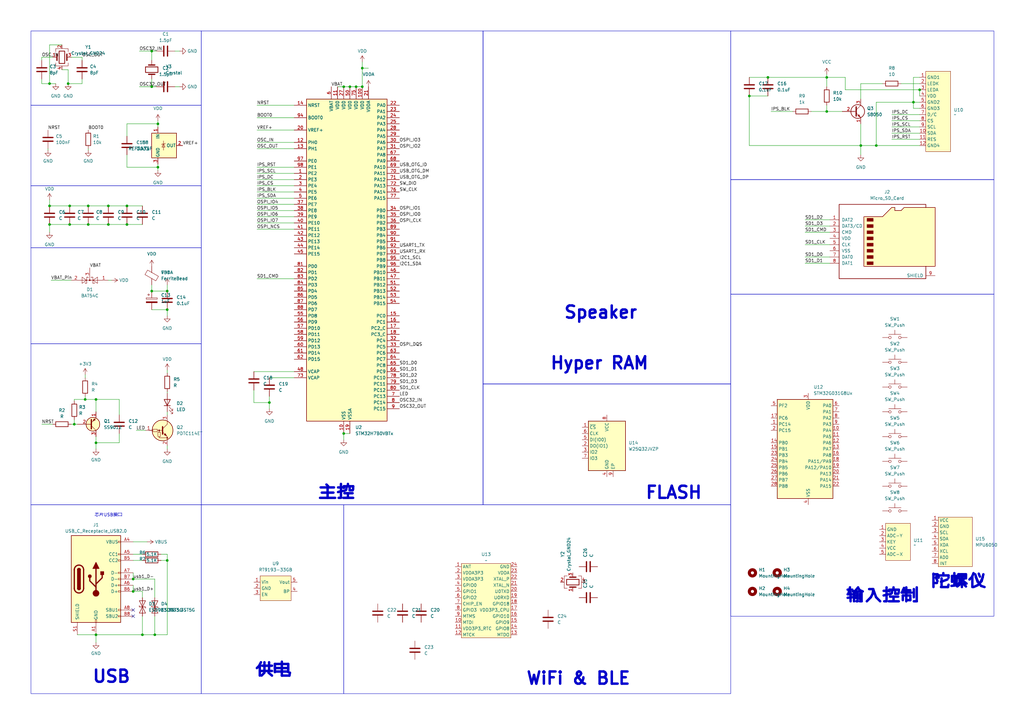
<source format=kicad_sch>
(kicad_sch (version 20231120) (generator "eeschema") (generator_version "8.0")
  (paper "A3")
  (title_block (title "STMH7B0 NES游戏机") (date "2024-02-01") (rev "TheBadZhang"))
  (lib_symbols
    (symbol "Connector:Micro_SD_Card" (pin_names (offset 1.016))
      (property "Reference" "J" (at -16.51 15.24 0))
      (property "Value" "Micro_SD_Card" (at 16.51 15.24 0))
      (symbol "Micro_SD_Card_1_1"
        (pin bidirectional line (at -22.86 7.62 0) (length 3.81) (name "DAT2") (number "1"))
        (pin bidirectional line (at -22.86 5.08 0) (length 3.81) (name "DAT3/CD") (number "2"))
        (pin input line (at -22.86 2.54 0) (length 3.81) (name "CMD") (number "3"))
        (pin power_in line (at -22.86 0 0) (length 3.81) (name "VDD") (number "4"))
        (pin input line (at -22.86 -2.54 0) (length 3.81) (name "CLK") (number "5"))
        (pin power_in line (at -22.86 -5.08 0) (length 3.81) (name "VSS") (number "6"))
        (pin bidirectional line (at -22.86 -7.62 0) (length 3.81) (name "DAT0") (number "7"))
        (pin bidirectional line (at -22.86 -10.16 0) (length 3.81) (name "DAT1") (number "8"))
        (pin passive line (at 20.32 -15.24 180) (length 3.81) (name "SHIELD") (number "9"))
      )
    )
    (symbol "Connector:USB_C_Receptacle_USB2.0" (pin_names (offset 1.016))
      (property "Reference" "J" (at -10.16 19.05 0))
      (property "Value" "USB_C_Receptacle_USB2.0" (at 19.05 19.05 0))
      (symbol "USB_C_Receptacle_USB2.0_1_1"
        (pin passive line (at 0 -22.86 90) (length 5.08) (name "GND") (number "A1"))
        (pin passive line (at 0 -22.86 90) (length 5.08) hide (name "GND") (number "A12"))
        (pin passive line (at 15.24 15.24 180) (length 5.08) (name "VBUS") (number "A4"))
        (pin bidirectional line (at 15.24 10.16 180) (length 5.08) (name "CC1") (number "A5"))
        (pin bidirectional line (at 15.24 -2.54 180) (length 5.08) (name "D+") (number "A6"))
        (pin bidirectional line (at 15.24 2.54 180) (length 5.08) (name "D-") (number "A7"))
        (pin bidirectional line (at 15.24 -12.7 180) (length 5.08) (name "SBU1") (number "A8"))
        (pin passive line (at 15.24 15.24 180) (length 5.08) hide (name "VBUS") (number "A9"))
        (pin passive line (at 0 -22.86 90) (length 5.08) hide (name "GND") (number "B1"))
        (pin passive line (at 0 -22.86 90) (length 5.08) hide (name "GND") (number "B12"))
        (pin passive line (at 15.24 15.24 180) (length 5.08) hide (name "VBUS") (number "B4"))
        (pin bidirectional line (at 15.24 7.62 180) (length 5.08) (name "CC2") (number "B5"))
        (pin bidirectional line (at 15.24 -5.08 180) (length 5.08) (name "D+") (number "B6"))
        (pin bidirectional line (at 15.24 0 180) (length 5.08) (name "D-") (number "B7"))
        (pin bidirectional line (at 15.24 -15.24 180) (length 5.08) (name "SBU2") (number "B8"))
        (pin passive line (at 15.24 15.24 180) (length 5.08) hide (name "VBUS") (number "B9"))
        (pin passive line (at -7.62 -22.86 90) (length 5.08) (name "SHIELD") (number "S1"))
      )
    )
    (symbol "Device:C" (pin_numbers hide) (pin_names (offset 0.254))
      (property "Reference" "C" (at 0.635 2.54 0))
      (property "Value" "C" (at 0.635 -2.54 0))
      (symbol "C_1_1"
        (pin passive line (at 0 3.81 270) (length 2.794) (name "~") (number "1"))
        (pin passive line (at 0 -3.81 90) (length 2.794) (name "~") (number "2"))
      )
    )
    (symbol "Device:C_Polarized" (pin_numbers hide) (pin_names (offset 0.254))
      (property "Reference" "C" (at 0.635 2.54 0))
      (property "Value" "C_Polarized" (at 0.635 -2.54 0))
      (symbol "C_Polarized_1_1"
        (pin passive line (at 0 3.81 270) (length 2.794) (name "~") (number "1"))
        (pin passive line (at 0 -3.81 90) (length 2.794) (name "~") (number "2"))
      )
    )
    (symbol "Device:Crystal" (pin_numbers hide) (pin_names (offset 1.016) hide)
      (property "Reference" "Y" (at 0 3.81 0))
      (property "Value" "Crystal" (at 0 -3.81 0))
      (symbol "Crystal_1_1"
        (pin passive line (at -3.81 0 0) (length 1.27) (name "1") (number "1"))
        (pin passive line (at 3.81 0 180) (length 1.27) (name "2") (number "2"))
      )
    )
    (symbol "Device:Crystal_GND24" (pin_names (offset 1.016) hide)
      (property "Reference" "Y" (at 3.175 5.08 0))
      (property "Value" "Crystal_GND24" (at 3.175 3.175 0))
      (symbol "Crystal_GND24_1_1"
        (pin passive line (at -3.81 0 0) (length 1.27) (name "1") (number "1"))
        (pin passive line (at 0 5.08 270) (length 1.27) (name "2") (number "2"))
        (pin passive line (at 3.81 0 180) (length 1.27) (name "3") (number "3"))
        (pin passive line (at 0 -5.08 90) (length 1.27) (name "4") (number "4"))
      )
    )
    (symbol "Device:FerriteBead" (pin_numbers hide) (pin_names (offset 0))
      (property "Reference" "FB" (at -3.81 0.635 90))
      (property "Value" "FerriteBead" (at 3.81 0 90))
      (symbol "FerriteBead_1_1"
        (pin passive line (at 0 3.81 270) (length 2.54) (name "~") (number "1"))
        (pin passive line (at 0 -3.81 90) (length 2.54) (name "~") (number "2"))
      )
    )
    (symbol "Device:LED" (pin_numbers hide) (pin_names (offset 1.016) hide)
      (property "Reference" "D" (at 0 2.54 0))
      (property "Value" "LED" (at 0 -2.54 0))
      (symbol "LED_1_1"
        (pin passive line (at -3.81 0 0) (length 2.54) (name "K") (number "1"))
        (pin passive line (at 3.81 0 180) (length 2.54) (name "A") (number "2"))
      )
    )
    (symbol "Device:R" (pin_numbers hide) (pin_names (offset 0))
      (property "Reference" "R" (at 2.032 0 90))
      (property "Value" "R" (at 0 0 90))
      (symbol "R_1_1"
        (pin passive line (at 0 3.81 270) (length 1.27) (name "~") (number "1"))
        (pin passive line (at 0 -3.81 90) (length 1.27) (name "~") (number "2"))
      )
    )
    (symbol "Diode:BAT54C" (pin_names (offset 1.016))
      (property "Reference" "D" (at 0.635 -3.81 0))
      (property "Value" "BAT54C" (at -6.35 3.175 0))
      (symbol "BAT54C_1_1"
        (pin passive line (at -7.62 0 0) (length 3.81) (name "~") (number "1"))
        (pin passive line (at 7.62 0 180) (length 3.81) (name "~") (number "2"))
        (pin passive line (at 0 -5.08 90) (length 5.08) (name "~") (number "3"))
      )
    )
    (symbol "Diode:ESD9B3.3ST5G" (pin_numbers hide) (pin_names (offset 1.016) hide)
      (property "Reference" "D" (at 0 2.54 0))
      (property "Value" "ESD9B3.3ST5G" (at 0 -2.54 0))
      (symbol "ESD9B3.3ST5G_1_1"
        (pin passive line (at -3.81 0 0) (length 2.54) (name "A1") (number "1"))
        (pin passive line (at 3.81 0 180) (length 2.54) (name "A2") (number "2"))
      )
    )
    (symbol "MCU_ST_STM32F4:STM32F411CEUx"
      (property "Reference" "U" (at -12.7 39.37 0))
      (property "Value" "STM32F411CEUx" (at 10.16 39.37 0))
      (symbol "STM32F411CEUx_1_1"
        (pin power_in line (at -2.54 40.64 270) (length 2.54) (name "VBAT") (number "1"))
        (pin bidirectional line (at 17.78 35.56 180) (length 2.54) (name "PA0") (number "10"))
        (pin bidirectional line (at 17.78 33.02 180) (length 2.54) (name "PA1") (number "11"))
        (pin bidirectional line (at 17.78 30.48 180) (length 2.54) (name "PA2") (number "12"))
        (pin bidirectional line (at 17.78 27.94 180) (length 2.54) (name "PA3") (number "13"))
        (pin bidirectional line (at 17.78 25.4 180) (length 2.54) (name "PA4") (number "14"))
        (pin bidirectional line (at 17.78 22.86 180) (length 2.54) (name "PA5") (number "15"))
        (pin bidirectional line (at 17.78 20.32 180) (length 2.54) (name "PA6") (number "16"))
        (pin bidirectional line (at 17.78 17.78 180) (length 2.54) (name "PA7") (number "17"))
        (pin bidirectional line (at -15.24 7.62 0) (length 2.54) (name "PB0") (number "18"))
        (pin bidirectional line (at -15.24 5.08 0) (length 2.54) (name "PB1") (number "19"))
        (pin bidirectional line (at -15.24 17.78 0) (length 2.54) (name "PC13") (number "2"))
        (pin bidirectional line (at -15.24 2.54 0) (length 2.54) (name "PB2") (number "20"))
        (pin bidirectional line (at -15.24 -17.78 0) (length 2.54) (name "PB10") (number "21"))
        (pin power_out line (at -15.24 -33.02 0) (length 2.54) (name "VCAP1") (number "22"))
        (pin power_in line (at 0 -40.64 90) (length 2.54) (name "VSS") (number "23"))
        (pin power_in line (at 0 40.64 270) (length 2.54) (name "VDD") (number "24"))
        (pin bidirectional line (at -15.24 -20.32 0) (length 2.54) (name "PB12") (number "25"))
        (pin bidirectional line (at -15.24 -22.86 0) (length 2.54) (name "PB13") (number "26"))
        (pin bidirectional line (at -15.24 -25.4 0) (length 2.54) (name "PB14") (number "27"))
        (pin bidirectional line (at -15.24 -27.94 0) (length 2.54) (name "PB15") (number "28"))
        (pin bidirectional line (at 17.78 15.24 180) (length 2.54) (name "PA8") (number "29"))
        (pin bidirectional line (at -15.24 15.24 0) (length 2.54) (name "PC14") (number "3"))
        (pin bidirectional line (at 17.78 12.7 180) (length 2.54) (name "PA9") (number "30"))
        (pin bidirectional line (at 17.78 10.16 180) (length 2.54) (name "PA10") (number "31"))
        (pin bidirectional line (at 17.78 7.62 180) (length 2.54) (name "PA11") (number "32"))
        (pin bidirectional line (at 17.78 5.08 180) (length 2.54) (name "PA12") (number "33"))
        (pin bidirectional line (at 17.78 2.54 180) (length 2.54) (name "PA13") (number "34"))
        (pin passive line (at 0 -40.64 90) (length 2.54) hide (name "VSS") (number "35"))
        (pin power_in line (at 2.54 40.64 270) (length 2.54) (name "VDD") (number "36"))
        (pin bidirectional line (at 17.78 0 180) (length 2.54) (name "PA14") (number "37"))
        (pin bidirectional line (at 17.78 -2.54 180) (length 2.54) (name "PA15") (number "38"))
        (pin bidirectional line (at -15.24 0 0) (length 2.54) (name "PB3") (number "39"))
        (pin bidirectional line (at -15.24 12.7 0) (length 2.54) (name "PC15") (number "4"))
        (pin bidirectional line (at -15.24 -2.54 0) (length 2.54) (name "PB4") (number "40"))
        (pin bidirectional line (at -15.24 -5.08 0) (length 2.54) (name "PB5") (number "41"))
        (pin bidirectional line (at -15.24 -7.62 0) (length 2.54) (name "PB6") (number "42"))
        (pin bidirectional line (at -15.24 -10.16 0) (length 2.54) (name "PB7") (number "43"))
        (pin input line (at -15.24 30.48 0) (length 2.54) (name "BOOT0") (number "44"))
        (pin bidirectional line (at -15.24 -12.7 0) (length 2.54) (name "PB8") (number "45"))
        (pin bidirectional line (at -15.24 -15.24 0) (length 2.54) (name "PB9") (number "46"))
        (pin passive line (at 0 -40.64 90) (length 2.54) hide (name "VSS") (number "47"))
        (pin power_in line (at 5.08 40.64 270) (length 2.54) (name "VDD") (number "48"))
        (pin passive line (at 0 -40.64 90) (length 2.54) hide (name "VSS") (number "49"))
        (pin bidirectional line (at -15.24 25.4 0) (length 2.54) (name "PH0") (number "5"))
        (pin bidirectional line (at -15.24 22.86 0) (length 2.54) (name "PH1") (number "6"))
        (pin input line (at -15.24 35.56 0) (length 2.54) (name "NRST") (number "7"))
        (pin power_in line (at 2.54 -40.64 90) (length 2.54) (name "VSSA") (number "8"))
        (pin power_in line (at 7.62 40.64 270) (length 2.54) (name "VDDA") (number "9"))
      )
    )
    (symbol "MCU_ST_STM32G0:STM32G031G8Ux"
      (property "Reference" "U" (at -10.16 21.59 0))
      (property "Value" "STM32G031G8Ux" (at 5.08 21.59 0))
      (symbol "STM32G031G8Ux_1_1"
        (pin bidirectional line (at -12.7 10.16 0) (length 2.54) (name "PC14") (number "1"))
        (pin bidirectional line (at 15.24 7.62 180) (length 2.54) (name "PA4") (number "10"))
        (pin bidirectional line (at 15.24 5.08 180) (length 2.54) (name "PA5") (number "11"))
        (pin bidirectional line (at 15.24 2.54 180) (length 2.54) (name "PA6") (number "12"))
        (pin bidirectional line (at 15.24 0 180) (length 2.54) (name "PA7") (number "13"))
        (pin bidirectional line (at -12.7 2.54 0) (length 2.54) (name "PB0") (number "14"))
        (pin bidirectional line (at -12.7 0 0) (length 2.54) (name "PB1") (number "15"))
        (pin bidirectional line (at 15.24 -2.54 180) (length 2.54) (name "PA8") (number "16"))
        (pin bidirectional line (at -12.7 12.7 0) (length 2.54) (name "PC6") (number "17"))
        (pin bidirectional line (at 15.24 -5.08 180) (length 2.54) (name "PA11/PA9") (number "18"))
        (pin bidirectional line (at 15.24 -7.62 180) (length 2.54) (name "PA12/PA10") (number "19"))
        (pin bidirectional line (at -12.7 7.62 0) (length 2.54) (name "PC15") (number "2"))
        (pin bidirectional line (at 15.24 -10.16 180) (length 2.54) (name "PA13") (number "20"))
        (pin bidirectional line (at 15.24 -12.7 180) (length 2.54) (name "PA14") (number "21"))
        (pin bidirectional line (at 15.24 -15.24 180) (length 2.54) (name "PA15") (number "22"))
        (pin bidirectional line (at -12.7 -2.54 0) (length 2.54) (name "PB3") (number "23"))
        (pin bidirectional line (at -12.7 -5.08 0) (length 2.54) (name "PB4") (number "24"))
        (pin bidirectional line (at -12.7 -7.62 0) (length 2.54) (name "PB5") (number "25"))
        (pin bidirectional line (at -12.7 -10.16 0) (length 2.54) (name "PB6") (number "26"))
        (pin bidirectional line (at -12.7 -12.7 0) (length 2.54) (name "PB7") (number "27"))
        (pin bidirectional line (at -12.7 -15.24 0) (length 2.54) (name "PB8") (number "28"))
        (pin power_in line (at 2.54 22.86 270) (length 2.54) (name "VDD") (number "3"))
        (pin power_in line (at 2.54 -22.86 90) (length 2.54) (name "VSS") (number "4"))
        (pin bidirectional line (at -12.7 17.78 0) (length 2.54) (name "PF2") (number "5"))
        (pin bidirectional line (at 15.24 17.78 180) (length 2.54) (name "PA0") (number "6"))
        (pin bidirectional line (at 15.24 15.24 180) (length 2.54) (name "PA1") (number "7"))
        (pin bidirectional line (at 15.24 12.7 180) (length 2.54) (name "PA2") (number "8"))
        (pin bidirectional line (at 15.24 10.16 180) (length 2.54) (name "PA3") (number "9"))
      )
    )
    (symbol "MCU_ST_STM32G4:STM32G474RETx"
      (property "Reference" "U" (at -15.24 46.99 0))
      (property "Value" "STM32G474RETx" (at 10.16 46.99 0))
      (symbol "STM32G474RETx_1_1"
        (pin power_in line (at -5.08 48.26 270) (length 2.54) (name "VBAT") (number "1"))
        (pin bidirectional line (at -17.78 15.24 0) (length 2.54) (name "PC2") (number "10"))
        (pin bidirectional line (at -17.78 12.7 0) (length 2.54) (name "PC3") (number "11"))
        (pin bidirectional line (at 17.78 43.18 180) (length 2.54) (name "PA0") (number "12"))
        (pin bidirectional line (at 17.78 40.64 180) (length 2.54) (name "PA1") (number "13"))
        (pin bidirectional line (at 17.78 38.1 180) (length 2.54) (name "PA2") (number "14"))
        (pin power_in line (at 0 -45.72 90) (length 2.54) (name "VSS") (number "15"))
        (pin power_in line (at -2.54 48.26 270) (length 2.54) (name "VDD") (number "16"))
        (pin bidirectional line (at 17.78 35.56 180) (length 2.54) (name "PA3") (number "17"))
        (pin bidirectional line (at 17.78 33.02 180) (length 2.54) (name "PA4") (number "18"))
        (pin bidirectional line (at 17.78 30.48 180) (length 2.54) (name "PA5") (number "19"))
        (pin bidirectional line (at -17.78 -12.7 0) (length 2.54) (name "PC13") (number "2"))
        (pin bidirectional line (at 17.78 27.94 180) (length 2.54) (name "PA6") (number "20"))
        (pin bidirectional line (at 17.78 25.4 180) (length 2.54) (name "PA7") (number "21"))
        (pin bidirectional line (at -17.78 10.16 0) (length 2.54) (name "PC4") (number "22"))
        (pin bidirectional line (at -17.78 7.62 0) (length 2.54) (name "PC5") (number "23"))
        (pin bidirectional line (at 17.78 0 180) (length 2.54) (name "PB0") (number "24"))
        (pin bidirectional line (at 17.78 -2.54 180) (length 2.54) (name "PB1") (number "25"))
        (pin bidirectional line (at 17.78 -5.08 180) (length 2.54) (name "PB2") (number "26"))
        (pin power_in line (at 2.54 -45.72 90) (length 2.54) (name "VSSA") (number "27"))
        (pin input line (at -17.78 43.18 0) (length 2.54) (name "VREF+") (number "28"))
        (pin power_in line (at 7.62 48.26 270) (length 2.54) (name "VDDA") (number "29"))
        (pin bidirectional line (at -17.78 -15.24 0) (length 2.54) (name "PC14") (number "3"))
        (pin bidirectional line (at 17.78 -25.4 180) (length 2.54) (name "PB10") (number "30"))
        (pin passive line (at 0 -45.72 90) (length 2.54) hide (name "VSS") (number "31"))
        (pin power_in line (at 0 48.26 270) (length 2.54) (name "VDD") (number "32"))
        (pin bidirectional line (at 17.78 -27.94 180) (length 2.54) (name "PB11") (number "33"))
        (pin bidirectional line (at 17.78 -30.48 180) (length 2.54) (name "PB12") (number "34"))
        (pin bidirectional line (at 17.78 -33.02 180) (length 2.54) (name "PB13") (number "35"))
        (pin bidirectional line (at 17.78 -35.56 180) (length 2.54) (name "PB14") (number "36"))
        (pin bidirectional line (at 17.78 -38.1 180) (length 2.54) (name "PB15") (number "37"))
        (pin bidirectional line (at -17.78 5.08 0) (length 2.54) (name "PC6") (number "38"))
        (pin bidirectional line (at -17.78 2.54 0) (length 2.54) (name "PC7") (number "39"))
        (pin bidirectional line (at -17.78 -17.78 0) (length 2.54) (name "PC15") (number "4"))
        (pin bidirectional line (at -17.78 0 0) (length 2.54) (name "PC8") (number "40"))
        (pin bidirectional line (at -17.78 -2.54 0) (length 2.54) (name "PC9") (number "41"))
        (pin bidirectional line (at 17.78 22.86 180) (length 2.54) (name "PA8") (number "42"))
        (pin bidirectional line (at 17.78 20.32 180) (length 2.54) (name "PA9") (number "43"))
        (pin bidirectional line (at 17.78 17.78 180) (length 2.54) (name "PA10") (number "44"))
        (pin bidirectional line (at 17.78 15.24 180) (length 2.54) (name "PA11") (number "45"))
        (pin bidirectional line (at 17.78 12.7 180) (length 2.54) (name "PA12") (number "46"))
        (pin passive line (at 0 -45.72 90) (length 2.54) hide (name "VSS") (number "47"))
        (pin power_in line (at 2.54 48.26 270) (length 2.54) (name "VDD") (number "48"))
        (pin bidirectional line (at 17.78 10.16 180) (length 2.54) (name "PA13") (number "49"))
        (pin bidirectional line (at -17.78 33.02 0) (length 2.54) (name "PF0") (number "5"))
        (pin bidirectional line (at 17.78 7.62 180) (length 2.54) (name "PA14") (number "50"))
        (pin bidirectional line (at 17.78 5.08 180) (length 2.54) (name "PA15") (number "51"))
        (pin bidirectional line (at -17.78 -5.08 0) (length 2.54) (name "PC10") (number "52"))
        (pin bidirectional line (at -17.78 -7.62 0) (length 2.54) (name "PC11") (number "53"))
        (pin bidirectional line (at -17.78 -10.16 0) (length 2.54) (name "PC12") (number "54"))
        (pin bidirectional line (at -17.78 25.4 0) (length 2.54) (name "PD2") (number "55"))
        (pin bidirectional line (at 17.78 -7.62 180) (length 2.54) (name "PB3") (number "56"))
        (pin bidirectional line (at 17.78 -10.16 180) (length 2.54) (name "PB4") (number "57"))
        (pin bidirectional line (at 17.78 -12.7 180) (length 2.54) (name "PB5") (number "58"))
        (pin bidirectional line (at 17.78 -15.24 180) (length 2.54) (name "PB6") (number "59"))
        (pin bidirectional line (at -17.78 30.48 0) (length 2.54) (name "PF1") (number "6"))
        (pin bidirectional line (at 17.78 -17.78 180) (length 2.54) (name "PB7") (number "60"))
        (pin bidirectional line (at 17.78 -20.32 180) (length 2.54) (name "PB8") (number "61"))
        (pin bidirectional line (at 17.78 -22.86 180) (length 2.54) (name "PB9") (number "62"))
        (pin passive line (at 0 -45.72 90) (length 2.54) hide (name "VSS") (number "63"))
        (pin power_in line (at 5.08 48.26 270) (length 2.54) (name "VDD") (number "64"))
        (pin bidirectional line (at -17.78 38.1 0) (length 2.54) (name "PG10") (number "7"))
        (pin bidirectional line (at -17.78 20.32 0) (length 2.54) (name "PC0") (number "8"))
        (pin bidirectional line (at -17.78 17.78 0) (length 2.54) (name "PC1") (number "9"))
      )
    )
    (symbol "MCU_ST_STM32H7:STM32H723ZGIx"
      (property "Reference" "U" (at -27.94 90.17 0))
      (property "Value" "STM32H723ZGIx" (at 20.32 90.17 0))
      (symbol "STM32H723ZGIx_1_1"
        (pin bidirectional line (at 35.56 -33.02 180) (length 5.08) (name "PC13") (number "A1"))
        (pin bidirectional line (at 35.56 48.26 180) (length 5.08) (name "PA15(JTDI)") (number "A10"))
        (pin bidirectional line (at 35.56 50.8 180) (length 5.08) (name "PA14(JTCK") (number "A11"))
        (pin bidirectional line (at 35.56 53.34 180) (length 5.08) (name "PA13(JTMS") (number "A12"))
        (pin bidirectional line (at -33.02 -38.1 0) (length 5.08) (name "PE3") (number "A2"))
        (pin bidirectional line (at -33.02 -35.56 0) (length 5.08) (name "PE2") (number "A3"))
        (pin bidirectional line (at -33.02 -33.02 0) (length 5.08) (name "PE1") (number "A4"))
        (pin bidirectional line (at -33.02 -30.48 0) (length 5.08) (name "PE0") (number "A5"))
        (pin bidirectional line (at 35.56 33.02 180) (length 5.08) (name "PB4(NJTRST)") (number "A6"))
        (pin bidirectional line (at 35.56 35.56 180) (length 5.08) (name "PB3(JTDO") (number "A7"))
        (pin bidirectional line (at 35.56 -58.42 180) (length 5.08) (name "PD6") (number "A8"))
        (pin bidirectional line (at 35.56 -60.96 180) (length 5.08) (name "PD7") (number "A9"))
        (pin bidirectional line (at 35.56 -35.56 180) (length 5.08) (name "PC14") (number "B1"))
        (pin bidirectional line (at 35.56 -27.94 180) (length 5.08) (name "PC11") (number "B10"))
        (pin bidirectional line (at 35.56 -25.4 180) (length 5.08) (name "PC10") (number "B11"))
        (pin bidirectional line (at 35.56 55.88 180) (length 5.08) (name "PA12") (number "B12"))
        (pin bidirectional line (at -33.02 -40.64 0) (length 5.08) (name "PE4") (number "B2"))
        (pin bidirectional line (at -33.02 -43.18 0) (length 5.08) (name "PE5") (number "B3"))
        (pin bidirectional line (at -33.02 -45.72 0) (length 5.08) (name "PE6") (number "B4"))
        (pin bidirectional line (at 35.56 20.32 180) (length 5.08) (name "PB9") (number "B5"))
        (pin bidirectional line (at 35.56 30.48 180) (length 5.08) (name "PB5") (number "B6"))
        (pin bidirectional line (at -33.02 17.78 0) (length 5.08) (name "PG15") (number "B7"))
        (pin bidirectional line (at -33.02 25.4 0) (length 5.08) (name "PG12") (number "B8"))
        (pin bidirectional line (at 35.56 -55.88 180) (length 5.08) (name "PD5") (number "B9"))
        (pin bidirectional line (at 35.56 -38.1 180) (length 5.08) (name "PC15") (number "C1"))
        (pin bidirectional line (at 35.56 -30.48 180) (length 5.08) (name "PC12") (number "C10"))
        (pin power_in line (at 15.24 93.98 270) (length 5.08) (name "VDD33USB") (number "C11"))
        (pin bidirectional line (at 35.56 58.42 180) (length 5.08) (name "PA11") (number "C12"))
        (pin power_in line (at -15.24 93.98 270) (length 5.08) (name "VBAT") (number "C2"))
        (pin bidirectional line (at -33.02 12.7 0) (length 5.08) (name "PF0") (number "C3"))
        (pin bidirectional line (at -33.02 10.16 0) (length 5.08) (name "PF1") (number "C4"))
        (pin bidirectional line (at 35.56 22.86 180) (length 5.08) (name "PB8") (number "C5"))
        (pin bidirectional line (at 35.56 27.94 180) (length 5.08) (name "PB6") (number "C6"))
        (pin bidirectional line (at -33.02 20.32 0) (length 5.08) (name "PG14") (number "C7"))
        (pin bidirectional line (at -33.02 27.94 0) (length 5.08) (name "PG11") (number "C8"))
        (pin bidirectional line (at 35.56 -53.34 180) (length 5.08) (name "PD4") (number "C9"))
        (pin bidirectional line (at -33.02 63.5 0) (length 5.08) (name "PH0") (number "D1"))
        (pin bidirectional line (at 35.56 -45.72 180) (length 5.08) (name "PD1") (number "D10"))
        (pin bidirectional line (at 35.56 60.96 180) (length 5.08) (name "PA10") (number "D11"))
        (pin bidirectional line (at 35.56 63.5 180) (length 5.08) (name "PA9") (number "D12"))
        (pin power_in line (at 0 -91.44 90) (length 5.08) (name "VSS") (number "D2"))
        (pin power_in line (at -12.7 93.98 270) (length 5.08) (name "VDD") (number "D3"))
        (pin bidirectional line (at -33.02 7.62 0) (length 5.08) (name "PF2") (number "D4"))
        (pin input line (at -33.02 81.28 0) (length 5.08) (name "BOOT0") (number "D5"))
        (pin bidirectional line (at 35.56 25.4 180) (length 5.08) (name "PB7") (number "D6"))
        (pin bidirectional line (at -33.02 22.86 0) (length 5.08) (name "PG13") (number "D7"))
        (pin bidirectional line (at -33.02 30.48 0) (length 5.08) (name "PG10") (number "D8"))
        (pin bidirectional line (at 35.56 -50.8 180) (length 5.08) (name "PD3") (number "D9"))
        (pin bidirectional line (at -33.02 60.96 0) (length 5.08) (name "PH1") (number "E1"))
        (pin bidirectional line (at 35.56 -43.18 180) (length 5.08) (name "PD0") (number "E10"))
        (pin bidirectional line (at 35.56 -22.86 180) (length 5.08) (name "PC9") (number "E11"))
        (pin bidirectional line (at 35.56 66.04 180) (length 5.08) (name "PA8") (number "E12"))
        (pin bidirectional line (at -33.02 5.08 0) (length 5.08) (name "PF3") (number "E2"))
        (pin bidirectional line (at -33.02 2.54 0) (length 5.08) (name "PF4") (number "E3"))
        (pin bidirectional line (at -33.02 0 0) (length 5.08) (name "PF5") (number "E4"))
        (pin input line (at -33.02 68.58 0) (length 5.08) (name "PDR_ON") (number "E5"))
        (pin passive line (at 0 -91.44 90) (length 5.08) hide (name "VSS") (number "E6"))
        (pin passive line (at 0 -91.44 90) (length 5.08) hide (name "VSS") (number "E7"))
        (pin bidirectional line (at -33.02 33.02 0) (length 5.08) (name "PG9") (number "E8"))
        (pin bidirectional line (at 35.56 -48.26 180) (length 5.08) (name "PD2") (number "E9"))
        (pin input line (at -33.02 86.36 0) (length 5.08) (name "NRST") (number "F1"))
        (pin power_in line (at 5.08 93.98 270) (length 5.08) (name "VDD") (number "F10"))
        (pin bidirectional line (at 35.56 -20.32 180) (length 5.08) (name "PC8") (number "F11"))
        (pin bidirectional line (at 35.56 -17.78 180) (length 5.08) (name "PC7") (number "F12"))
        (pin bidirectional line (at -33.02 -5.08 0) (length 5.08) (name "PF7") (number "F2"))
        (pin bidirectional line (at -33.02 -2.54 0) (length 5.08) (name "PF6") (number "F3"))
        (pin power_in line (at -10.16 93.98 270) (length 5.08) (name "VDD") (number "F4"))
        (pin power_in line (at -7.62 93.98 270) (length 5.08) (name "VDD") (number "F5"))
        (pin power_in line (at -5.08 93.98 270) (length 5.08) (name "VDD") (number "F6"))
        (pin power_in line (at -2.54 93.98 270) (length 5.08) (name "VDD") (number "F7"))
        (pin power_in line (at 0 93.98 270) (length 5.08) (name "VDD") (number "F8"))
        (pin power_in line (at 2.54 93.98 270) (length 5.08) (name "VDD") (number "F9"))
        (pin bidirectional line (at -33.02 -12.7 0) (length 5.08) (name "PF10") (number "G1"))
        (pin passive line (at 0 -91.44 90) (length 5.08) hide (name "VSS") (number "G10"))
        (pin bidirectional line (at -33.02 35.56 0) (length 5.08) (name "PG8") (number "G11"))
        (pin bidirectional line (at 35.56 -15.24 180) (length 5.08) (name "PC6") (number "G12"))
        (pin bidirectional line (at -33.02 -10.16 0) (length 5.08) (name "PF9") (number "G2"))
        (pin bidirectional line (at -33.02 -7.62 0) (length 5.08) (name "PF8") (number "G3"))
        (pin passive line (at 0 -91.44 90) (length 5.08) hide (name "VSS") (number "G4"))
        (pin power_in line (at 7.62 93.98 270) (length 5.08) (name "VDD") (number "G5"))
        (pin power_in line (at 10.16 93.98 270) (length 5.08) (name "VDD") (number "G6"))
        (pin power_in line (at 12.7 93.98 270) (length 5.08) (name "VDD") (number "G7"))
        (pin passive line (at 0 -91.44 90) (length 5.08) hide (name "VSS") (number "G8"))
        (pin power_out line (at -33.02 -73.66 0) (length 5.08) (name "VCAP") (number "G9"))
        (pin bidirectional line (at 35.56 0 180) (length 5.08) (name "PC0") (number "H1"))
        (pin bidirectional line (at -33.02 38.1 0) (length 5.08) (name "PG7") (number "H10"))
        (pin bidirectional line (at -33.02 40.64 0) (length 5.08) (name "PG6") (number "H11"))
        (pin bidirectional line (at -33.02 43.18 0) (length 5.08) (name "PG5") (number "H12"))
        (pin bidirectional line (at 35.56 -2.54 180) (length 5.08) (name "PC1") (number "H2"))
        (pin bidirectional line (at 35.56 -5.08 180) (length 5.08) (name "PC2") (number "H3"))
        (pin bidirectional line (at 35.56 -7.62 180) (length 5.08) (name "PC3") (number "H4"))
        (pin passive line (at 0 -91.44 90) (length 5.08) hide (name "VSS") (number "H5"))
        (pin passive line (at 0 -91.44 90) (length 5.08) hide (name "VSS") (number "H6"))
        (pin power_out line (at -33.02 -76.2 0) (length 5.08) (name "VCAP") (number "H7"))
        (pin bidirectional line (at -33.02 -58.42 0) (length 5.08) (name "PE11") (number "H8"))
        (pin bidirectional line (at 35.56 -71.12 180) (length 5.08) (name "PD11") (number "H9"))
        (pin power_in line (at 2.54 -91.44 90) (length 5.08) (name "VSSA") (number "J1"))
        (pin bidirectional line (at -33.02 45.72 0) (length 5.08) (name "PG4") (number "J10"))
        (pin bidirectional line (at -33.02 48.26 0) (length 5.08) (name "PG3") (number "J11"))
        (pin bidirectional line (at -33.02 50.8 0) (length 5.08) (name "PG2") (number "J12"))
        (pin bidirectional line (at 35.56 86.36 180) (length 5.08) (name "PA0") (number "J2"))
        (pin bidirectional line (at 35.56 76.2 180) (length 5.08) (name "PA4") (number "J3"))
        (pin bidirectional line (at 35.56 -10.16 180) (length 5.08) (name "PC4") (number "J4"))
        (pin bidirectional line (at 35.56 38.1 180) (length 5.08) (name "PB2") (number "J5"))
        (pin bidirectional line (at -33.02 53.34 0) (length 5.08) (name "PG1") (number "J6"))
        (pin bidirectional line (at -33.02 -55.88 0) (length 5.08) (name "PE10") (number "J7"))
        (pin bidirectional line (at -33.02 -60.96 0) (length 5.08) (name "PE12") (number "J8"))
        (pin bidirectional line (at 35.56 -68.58 180) (length 5.08) (name "PD10") (number "J9"))
        (pin input line (at -33.02 73.66 0) (length 5.08) (name "VREF-") (number "K1"))
        (pin bidirectional line (at 35.56 -76.2 180) (length 5.08) (name "PD13") (number "K10"))
        (pin bidirectional line (at 35.56 -78.74 180) (length 5.08) (name "PD14") (number "K11"))
        (pin bidirectional line (at 35.56 -81.28 180) (length 5.08) (name "PD15") (number "K12"))
        (pin bidirectional line (at 35.56 83.82 180) (length 5.08) (name "PA1") (number "K2"))
        (pin bidirectional line (at 35.56 73.66 180) (length 5.08) (name "PA5") (number "K3"))
        (pin bidirectional line (at 35.56 -12.7 180) (length 5.08) (name "PC5") (number "K4"))
        (pin bidirectional line (at -33.02 -20.32 0) (length 5.08) (name "PF13") (number "K5"))
        (pin bidirectional line (at -33.02 55.88 0) (length 5.08) (name "PG0") (number "K6"))
        (pin bidirectional line (at -33.02 -53.34 0) (length 5.08) (name "PE9") (number "K7"))
        (pin bidirectional line (at -33.02 -63.5 0) (length 5.08) (name "PE13") (number "K8"))
        (pin bidirectional line (at 35.56 -66.04 180) (length 5.08) (name "PD9") (number "K9"))
        (pin input line (at -33.02 76.2 0) (length 5.08) (name "VREF+") (number "L1"))
        (pin bidirectional line (at 35.56 -73.66 180) (length 5.08) (name "PD12") (number "L10"))
        (pin bidirectional line (at 35.56 7.62 180) (length 5.08) (name "PB14") (number "L11"))
        (pin bidirectional line (at 35.56 5.08 180) (length 5.08) (name "PB15") (number "L12"))
        (pin bidirectional line (at 35.56 81.28 180) (length 5.08) (name "PA2") (number "L2"))
        (pin bidirectional line (at 35.56 71.12 180) (length 5.08) (name "PA6") (number "L3"))
        (pin bidirectional line (at 35.56 43.18 180) (length 5.08) (name "PB0") (number "L4"))
        (pin bidirectional line (at -33.02 -17.78 0) (length 5.08) (name "PF12") (number "L5"))
        (pin bidirectional line (at -33.02 -25.4 0) (length 5.08) (name "PF15") (number "L6"))
        (pin bidirectional line (at -33.02 -50.8 0) (length 5.08) (name "PE8") (number "L7"))
        (pin bidirectional line (at -33.02 -66.04 0) (length 5.08) (name "PE14") (number "L8"))
        (pin bidirectional line (at 35.56 -63.5 180) (length 5.08) (name "PD8") (number "L9"))
        (pin power_in line (at 17.78 93.98 270) (length 5.08) (name "VDDA") (number "M1"))
        (pin bidirectional line (at 35.56 15.24 180) (length 5.08) (name "PB11") (number "M10"))
        (pin bidirectional line (at 35.56 12.7 180) (length 5.08) (name "PB12") (number "M11"))
        (pin bidirectional line (at 35.56 10.16 180) (length 5.08) (name "PB13") (number "M12"))
        (pin bidirectional line (at 35.56 78.74 180) (length 5.08) (name "PA3") (number "M2"))
        (pin bidirectional line (at 35.56 68.58 180) (length 5.08) (name "PA7") (number "M3"))
        (pin bidirectional line (at 35.56 40.64 180) (length 5.08) (name "PB1") (number "M4"))
        (pin bidirectional line (at -33.02 -15.24 0) (length 5.08) (name "PF11") (number "M5"))
        (pin bidirectional line (at -33.02 -22.86 0) (length 5.08) (name "PF14") (number "M6"))
        (pin bidirectional line (at -33.02 -48.26 0) (length 5.08) (name "PE7") (number "M7"))
        (pin bidirectional line (at -33.02 -68.58 0) (length 5.08) (name "PE15") (number "M8"))
        (pin bidirectional line (at 35.56 17.78 180) (length 5.08) (name "PB10") (number "M9"))
      )
    )
    (symbol "MCU_ST_STM32H7:STM32H723ZGTx"
      (property "Reference" "U" (at -27.94 90.17 0))
      (property "Value" "STM32H723ZGTx" (at 20.32 90.17 0))
      (symbol "STM32H723ZGTx_1_1"
        (pin bidirectional line (at -33.02 -33.02 0) (length 5.08) (name "PE2") (number "1"))
        (pin bidirectional line (at -33.02 15.24 0) (length 5.08) (name "PF0") (number "10"))
        (pin bidirectional line (at 35.56 66.04 180) (length 5.08) (name "PA8") (number "100"))
        (pin bidirectional line (at 35.56 63.5 180) (length 5.08) (name "PA9") (number "101"))
        (pin bidirectional line (at 35.56 60.96 180) (length 5.08) (name "PA10") (number "102"))
        (pin bidirectional line (at 35.56 58.42 180) (length 5.08) (name "PA11") (number "103"))
        (pin bidirectional line (at 35.56 55.88 180) (length 5.08) (name "PA12") (number "104"))
        (pin bidirectional line (at 35.56 53.34 180) (length 5.08) (name "PA13(JTMS") (number "105"))
        (pin power_out line (at -33.02 -73.66 0) (length 5.08) (name "VCAP") (number "106"))
        (pin passive line (at 0 -91.44 90) (length 5.08) hide (name "VSS") (number "107"))
        (pin power_in line (at 5.08 93.98 270) (length 5.08) (name "VDD") (number "108"))
        (pin bidirectional line (at 35.56 50.8 180) (length 5.08) (name "PA14(JTCK") (number "109"))
        (pin bidirectional line (at -33.02 12.7 0) (length 5.08) (name "PF1") (number "11"))
        (pin bidirectional line (at 35.56 48.26 180) (length 5.08) (name "PA15(JTDI)") (number "110"))
        (pin bidirectional line (at 35.56 -25.4 180) (length 5.08) (name "PC10") (number "111"))
        (pin bidirectional line (at 35.56 -27.94 180) (length 5.08) (name "PC11") (number "112"))
        (pin bidirectional line (at 35.56 -30.48 180) (length 5.08) (name "PC12") (number "113"))
        (pin bidirectional line (at 35.56 -43.18 180) (length 5.08) (name "PD0") (number "114"))
        (pin bidirectional line (at 35.56 -45.72 180) (length 5.08) (name "PD1") (number "115"))
        (pin bidirectional line (at 35.56 -48.26 180) (length 5.08) (name "PD2") (number "116"))
        (pin bidirectional line (at 35.56 -50.8 180) (length 5.08) (name "PD3") (number "117"))
        (pin bidirectional line (at 35.56 -53.34 180) (length 5.08) (name "PD4") (number "118"))
        (pin bidirectional line (at 35.56 -55.88 180) (length 5.08) (name "PD5") (number "119"))
        (pin bidirectional line (at -33.02 10.16 0) (length 5.08) (name "PF2") (number "12"))
        (pin passive line (at 0 -91.44 90) (length 5.08) hide (name "VSS") (number "120"))
        (pin power_in line (at 7.62 93.98 270) (length 5.08) (name "VDD") (number "121"))
        (pin bidirectional line (at 35.56 -58.42 180) (length 5.08) (name "PD6") (number "122"))
        (pin bidirectional line (at 35.56 -60.96 180) (length 5.08) (name "PD7") (number "123"))
        (pin bidirectional line (at -33.02 35.56 0) (length 5.08) (name "PG9") (number "124"))
        (pin bidirectional line (at -33.02 33.02 0) (length 5.08) (name "PG10") (number "125"))
        (pin bidirectional line (at -33.02 30.48 0) (length 5.08) (name "PG11") (number "126"))
        (pin bidirectional line (at -33.02 27.94 0) (length 5.08) (name "PG12") (number "127"))
        (pin bidirectional line (at -33.02 25.4 0) (length 5.08) (name "PG13") (number "128"))
        (pin bidirectional line (at -33.02 22.86 0) (length 5.08) (name "PG14") (number "129"))
        (pin bidirectional line (at -33.02 7.62 0) (length 5.08) (name "PF3") (number "13"))
        (pin passive line (at 0 -91.44 90) (length 5.08) hide (name "VSS") (number "130"))
        (pin power_in line (at 10.16 93.98 270) (length 5.08) (name "VDD") (number "131"))
        (pin bidirectional line (at -33.02 20.32 0) (length 5.08) (name "PG15") (number "132"))
        (pin bidirectional line (at 35.56 35.56 180) (length 5.08) (name "PB3(JTDO") (number "133"))
        (pin bidirectional line (at 35.56 33.02 180) (length 5.08) (name "PB4(NJTRST)") (number "134"))
        (pin bidirectional line (at 35.56 30.48 180) (length 5.08) (name "PB5") (number "135"))
        (pin bidirectional line (at 35.56 27.94 180) (length 5.08) (name "PB6") (number "136"))
        (pin bidirectional line (at 35.56 25.4 180) (length 5.08) (name "PB7") (number "137"))
        (pin input line (at -33.02 81.28 0) (length 5.08) (name "BOOT0") (number "138"))
        (pin bidirectional line (at 35.56 22.86 180) (length 5.08) (name "PB8") (number "139"))
        (pin bidirectional line (at -33.02 5.08 0) (length 5.08) (name "PF4") (number "14"))
        (pin bidirectional line (at 35.56 20.32 180) (length 5.08) (name "PB9") (number "140"))
        (pin bidirectional line (at -33.02 -27.94 0) (length 5.08) (name "PE0") (number "141"))
        (pin bidirectional line (at -33.02 -30.48 0) (length 5.08) (name "PE1") (number "142"))
        (pin input line (at -33.02 71.12 0) (length 5.08) (name "PDR_ON") (number "143"))
        (pin power_in line (at 12.7 93.98 270) (length 5.08) (name "VDD") (number "144"))
        (pin bidirectional line (at -33.02 2.54 0) (length 5.08) (name "PF5") (number "15"))
        (pin power_in line (at 0 -91.44 90) (length 5.08) (name "VSS") (number "16"))
        (pin power_in line (at -12.7 93.98 270) (length 5.08) (name "VDD") (number "17"))
        (pin bidirectional line (at -33.02 0 0) (length 5.08) (name "PF6") (number "18"))
        (pin bidirectional line (at -33.02 -2.54 0) (length 5.08) (name "PF7") (number "19"))
        (pin bidirectional line (at -33.02 -35.56 0) (length 5.08) (name "PE3") (number "2"))
        (pin bidirectional line (at -33.02 -5.08 0) (length 5.08) (name "PF8") (number "20"))
        (pin bidirectional line (at -33.02 -7.62 0) (length 5.08) (name "PF9") (number "21"))
        (pin bidirectional line (at -33.02 -10.16 0) (length 5.08) (name "PF10") (number "22"))
        (pin bidirectional line (at -33.02 66.04 0) (length 5.08) (name "PH0") (number "23"))
        (pin bidirectional line (at -33.02 63.5 0) (length 5.08) (name "PH1") (number "24"))
        (pin input line (at -33.02 86.36 0) (length 5.08) (name "NRST") (number "25"))
        (pin bidirectional line (at 35.56 0 180) (length 5.08) (name "PC0") (number "26"))
        (pin bidirectional line (at 35.56 -2.54 180) (length 5.08) (name "PC1") (number "27"))
        (pin bidirectional line (at 35.56 -5.08 180) (length 5.08) (name "PC2_C") (number "28"))
        (pin bidirectional line (at 35.56 -7.62 180) (length 5.08) (name "PC3_C") (number "29"))
        (pin bidirectional line (at -33.02 -38.1 0) (length 5.08) (name "PE4") (number "3"))
        (pin power_in line (at -10.16 93.98 270) (length 5.08) (name "VDD") (number "30"))
        (pin power_in line (at 2.54 -91.44 90) (length 5.08) (name "VSSA") (number "31"))
        (pin input line (at -33.02 76.2 0) (length 5.08) (name "VREF+") (number "32"))
        (pin power_in line (at 17.78 93.98 270) (length 5.08) (name "VDDA") (number "33"))
        (pin bidirectional line (at 35.56 86.36 180) (length 5.08) (name "PA0") (number "34"))
        (pin bidirectional line (at 35.56 83.82 180) (length 5.08) (name "PA1") (number "35"))
        (pin bidirectional line (at 35.56 81.28 180) (length 5.08) (name "PA2") (number "36"))
        (pin bidirectional line (at 35.56 78.74 180) (length 5.08) (name "PA3") (number "37"))
        (pin passive line (at 0 -91.44 90) (length 5.08) hide (name "VSS") (number "38"))
        (pin power_in line (at -7.62 93.98 270) (length 5.08) (name "VDD") (number "39"))
        (pin bidirectional line (at -33.02 -40.64 0) (length 5.08) (name "PE5") (number "4"))
        (pin bidirectional line (at 35.56 76.2 180) (length 5.08) (name "PA4") (number "40"))
        (pin bidirectional line (at 35.56 73.66 180) (length 5.08) (name "PA5") (number "41"))
        (pin bidirectional line (at 35.56 71.12 180) (length 5.08) (name "PA6") (number "42"))
        (pin bidirectional line (at 35.56 68.58 180) (length 5.08) (name "PA7") (number "43"))
        (pin bidirectional line (at 35.56 -10.16 180) (length 5.08) (name "PC4") (number "44"))
        (pin bidirectional line (at 35.56 -12.7 180) (length 5.08) (name "PC5") (number "45"))
        (pin bidirectional line (at 35.56 43.18 180) (length 5.08) (name "PB0") (number "46"))
        (pin bidirectional line (at 35.56 40.64 180) (length 5.08) (name "PB1") (number "47"))
        (pin bidirectional line (at 35.56 38.1 180) (length 5.08) (name "PB2") (number "48"))
        (pin bidirectional line (at -33.02 -12.7 0) (length 5.08) (name "PF11") (number "49"))
        (pin bidirectional line (at -33.02 -43.18 0) (length 5.08) (name "PE6") (number "5"))
        (pin bidirectional line (at -33.02 -15.24 0) (length 5.08) (name "PF12") (number "50"))
        (pin passive line (at 0 -91.44 90) (length 5.08) hide (name "VSS") (number "51"))
        (pin power_in line (at -5.08 93.98 270) (length 5.08) (name "VDD") (number "52"))
        (pin bidirectional line (at -33.02 -17.78 0) (length 5.08) (name "PF13") (number "53"))
        (pin bidirectional line (at -33.02 -20.32 0) (length 5.08) (name "PF14") (number "54"))
        (pin bidirectional line (at -33.02 -22.86 0) (length 5.08) (name "PF15") (number "55"))
        (pin bidirectional line (at -33.02 58.42 0) (length 5.08) (name "PG0") (number "56"))
        (pin bidirectional line (at -33.02 55.88 0) (length 5.08) (name "PG1") (number "57"))
        (pin bidirectional line (at -33.02 -45.72 0) (length 5.08) (name "PE7") (number "58"))
        (pin bidirectional line (at -33.02 -48.26 0) (length 5.08) (name "PE8") (number "59"))
        (pin power_in line (at -15.24 93.98 270) (length 5.08) (name "VBAT") (number "6"))
        (pin bidirectional line (at -33.02 -50.8 0) (length 5.08) (name "PE9") (number "60"))
        (pin passive line (at 0 -91.44 90) (length 5.08) hide (name "VSS") (number "61"))
        (pin power_in line (at -2.54 93.98 270) (length 5.08) (name "VDD") (number "62"))
        (pin bidirectional line (at -33.02 -53.34 0) (length 5.08) (name "PE10") (number "63"))
        (pin bidirectional line (at -33.02 -55.88 0) (length 5.08) (name "PE11") (number "64"))
        (pin bidirectional line (at -33.02 -58.42 0) (length 5.08) (name "PE12") (number "65"))
        (pin bidirectional line (at -33.02 -60.96 0) (length 5.08) (name "PE13") (number "66"))
        (pin bidirectional line (at -33.02 -63.5 0) (length 5.08) (name "PE14") (number "67"))
        (pin bidirectional line (at -33.02 -66.04 0) (length 5.08) (name "PE15") (number "68"))
        (pin bidirectional line (at 35.56 17.78 180) (length 5.08) (name "PB10") (number "69"))
        (pin bidirectional line (at 35.56 -33.02 180) (length 5.08) (name "PC13") (number "7"))
        (pin bidirectional line (at 35.56 15.24 180) (length 5.08) (name "PB11") (number "70"))
        (pin power_out line (at -33.02 -71.12 0) (length 5.08) (name "VCAP") (number "71"))
        (pin power_in line (at 0 93.98 270) (length 5.08) (name "VDD") (number "72"))
        (pin bidirectional line (at 35.56 12.7 180) (length 5.08) (name "PB12") (number "73"))
        (pin bidirectional line (at 35.56 10.16 180) (length 5.08) (name "PB13") (number "74"))
        (pin bidirectional line (at 35.56 7.62 180) (length 5.08) (name "PB14") (number "75"))
        (pin bidirectional line (at 35.56 5.08 180) (length 5.08) (name "PB15") (number "76"))
        (pin bidirectional line (at 35.56 -63.5 180) (length 5.08) (name "PD8") (number "77"))
        (pin bidirectional line (at 35.56 -66.04 180) (length 5.08) (name "PD9") (number "78"))
        (pin bidirectional line (at 35.56 -68.58 180) (length 5.08) (name "PD10") (number "79"))
        (pin bidirectional line (at 35.56 -35.56 180) (length 5.08) (name "PC14") (number "8"))
        (pin bidirectional line (at 35.56 -71.12 180) (length 5.08) (name "PD11") (number "80"))
        (pin bidirectional line (at 35.56 -73.66 180) (length 5.08) (name "PD12") (number "81"))
        (pin bidirectional line (at 35.56 -76.2 180) (length 5.08) (name "PD13") (number "82"))
        (pin passive line (at 0 -91.44 90) (length 5.08) hide (name "VSS") (number "83"))
        (pin power_in line (at 2.54 93.98 270) (length 5.08) (name "VDD") (number "84"))
        (pin bidirectional line (at 35.56 -78.74 180) (length 5.08) (name "PD14") (number "85"))
        (pin bidirectional line (at 35.56 -81.28 180) (length 5.08) (name "PD15") (number "86"))
        (pin bidirectional line (at -33.02 53.34 0) (length 5.08) (name "PG2") (number "87"))
        (pin bidirectional line (at -33.02 50.8 0) (length 5.08) (name "PG3") (number "88"))
        (pin bidirectional line (at -33.02 48.26 0) (length 5.08) (name "PG4") (number "89"))
        (pin bidirectional line (at 35.56 -38.1 180) (length 5.08) (name "PC15") (number "9"))
        (pin bidirectional line (at -33.02 45.72 0) (length 5.08) (name "PG5") (number "90"))
        (pin bidirectional line (at -33.02 43.18 0) (length 5.08) (name "PG6") (number "91"))
        (pin bidirectional line (at -33.02 40.64 0) (length 5.08) (name "PG7") (number "92"))
        (pin bidirectional line (at -33.02 38.1 0) (length 5.08) (name "PG8") (number "93"))
        (pin passive line (at 0 -91.44 90) (length 5.08) hide (name "VSS") (number "94"))
        (pin power_in line (at 15.24 93.98 270) (length 5.08) (name "VDD33USB") (number "95"))
        (pin bidirectional line (at 35.56 -15.24 180) (length 5.08) (name "PC6") (number "96"))
        (pin bidirectional line (at 35.56 -17.78 180) (length 5.08) (name "PC7") (number "97"))
        (pin bidirectional line (at 35.56 -20.32 180) (length 5.08) (name "PC8") (number "98"))
        (pin bidirectional line (at 35.56 -22.86 180) (length 5.08) (name "PC9") (number "99"))
      )
    )
    (symbol "MCU_ST_STM32H7:STM32H743IIKx"
      (property "Reference" "U" (at -27.94 110.49 0))
      (property "Value" "STM32H743IIKx" (at 22.86 110.49 0))
      (symbol "STM32H743IIKx_1_1"
        (pin bidirectional line (at 35.56 -73.66 180) (length 5.08) (name "PE3") (number "A1"))
        (pin bidirectional line (at 35.56 55.88 180) (length 5.08) (name "PB3") (number "A10"))
        (pin bidirectional line (at 35.56 -40.64 180) (length 5.08) (name "PD7") (number "A11"))
        (pin bidirectional line (at 35.56 -10.16 180) (length 5.08) (name "PC12") (number "A12"))
        (pin bidirectional line (at 35.56 68.58 180) (length 5.08) (name "PA15") (number "A13"))
        (pin bidirectional line (at 35.56 71.12 180) (length 5.08) (name "PA14") (number "A14"))
        (pin bidirectional line (at 35.56 73.66 180) (length 5.08) (name "PA13") (number "A15"))
        (pin bidirectional line (at 35.56 -71.12 180) (length 5.08) (name "PE2") (number "A2"))
        (pin bidirectional line (at 35.56 -68.58 180) (length 5.08) (name "PE1") (number "A3"))
        (pin bidirectional line (at 35.56 -66.04 180) (length 5.08) (name "PE0") (number "A4"))
        (pin bidirectional line (at 35.56 43.18 180) (length 5.08) (name "PB8") (number "A5"))
        (pin bidirectional line (at 35.56 50.8 180) (length 5.08) (name "PB5") (number "A6"))
        (pin bidirectional line (at -33.02 -25.4 0) (length 5.08) (name "PG14") (number "A7"))
        (pin bidirectional line (at -33.02 -22.86 0) (length 5.08) (name "PG13") (number "A8"))
        (pin bidirectional line (at 35.56 53.34 180) (length 5.08) (name "PB4") (number "A9"))
        (pin bidirectional line (at 35.56 -76.2 180) (length 5.08) (name "PE4") (number "B1"))
        (pin bidirectional line (at -33.02 -15.24 0) (length 5.08) (name "PG10") (number "B10"))
        (pin bidirectional line (at 35.56 -38.1 180) (length 5.08) (name "PD6") (number "B11"))
        (pin bidirectional line (at 35.56 -22.86 180) (length 5.08) (name "PD0") (number "B12"))
        (pin bidirectional line (at 35.56 -7.62 180) (length 5.08) (name "PC11") (number "B13"))
        (pin bidirectional line (at 35.56 -5.08 180) (length 5.08) (name "PC10") (number "B14"))
        (pin bidirectional line (at 35.56 76.2 180) (length 5.08) (name "PA12") (number "B15"))
        (pin bidirectional line (at 35.56 -78.74 180) (length 5.08) (name "PE5") (number "B2"))
        (pin bidirectional line (at 35.56 -81.28 180) (length 5.08) (name "PE6") (number "B3"))
        (pin bidirectional line (at 35.56 40.64 180) (length 5.08) (name "PB9") (number "B4"))
        (pin bidirectional line (at 35.56 45.72 180) (length 5.08) (name "PB7") (number "B5"))
        (pin bidirectional line (at 35.56 48.26 180) (length 5.08) (name "PB6") (number "B6"))
        (pin bidirectional line (at -33.02 -27.94 0) (length 5.08) (name "PG15") (number "B7"))
        (pin bidirectional line (at -33.02 -20.32 0) (length 5.08) (name "PG12") (number "B8"))
        (pin bidirectional line (at -33.02 -17.78 0) (length 5.08) (name "PG11") (number "B9"))
        (pin power_in line (at -17.78 114.3 270) (length 5.08) (name "VBAT") (number "C1"))
        (pin bidirectional line (at -33.02 -12.7 0) (length 5.08) (name "PG9") (number "C10"))
        (pin bidirectional line (at 35.56 -35.56 180) (length 5.08) (name "PD5") (number "C11"))
        (pin bidirectional line (at 35.56 -25.4 180) (length 5.08) (name "PD1") (number "C12"))
        (pin bidirectional line (at -33.02 78.74 0) (length 5.08) (name "PI3") (number "C13"))
        (pin bidirectional line (at -33.02 81.28 0) (length 5.08) (name "PI2") (number "C14"))
        (pin bidirectional line (at 35.56 78.74 180) (length 5.08) (name "PA11") (number "C15"))
        (pin bidirectional line (at -33.02 68.58 0) (length 5.08) (name "PI7") (number "C2"))
        (pin bidirectional line (at -33.02 71.12 0) (length 5.08) (name "PI6") (number "C3"))
        (pin bidirectional line (at -33.02 73.66 0) (length 5.08) (name "PI5") (number "C4"))
        (pin power_in line (at -15.24 114.3 270) (length 5.08) (name "VDD") (number "C5"))
        (pin input line (at -33.02 104.14 0) (length 5.08) (name "PDR_ON") (number "C6"))
        (pin power_in line (at -12.7 114.3 270) (length 5.08) (name "VDD") (number "C7"))
        (pin power_in line (at -10.16 114.3 270) (length 5.08) (name "VDD") (number "C8"))
        (pin power_in line (at -7.62 114.3 270) (length 5.08) (name "VDD") (number "C9"))
        (pin bidirectional line (at 35.56 -12.7 180) (length 5.08) (name "PC13") (number "D1"))
        (pin bidirectional line (at 35.56 -33.02 180) (length 5.08) (name "PD4") (number "D10"))
        (pin bidirectional line (at 35.56 -30.48 180) (length 5.08) (name "PD3") (number "D11"))
        (pin bidirectional line (at 35.56 -27.94 180) (length 5.08) (name "PD2") (number "D12"))
        (pin bidirectional line (at -33.02 15.24 0) (length 5.08) (name "PH15") (number "D13"))
        (pin bidirectional line (at -33.02 83.82 0) (length 5.08) (name "PI1") (number "D14"))
        (pin bidirectional line (at 35.56 81.28 180) (length 5.08) (name "PA10") (number "D15"))
        (pin bidirectional line (at -33.02 66.04 0) (length 5.08) (name "PI8") (number "D2"))
        (pin bidirectional line (at -33.02 63.5 0) (length 5.08) (name "PI9") (number "D3"))
        (pin bidirectional line (at -33.02 76.2 0) (length 5.08) (name "PI4") (number "D4"))
        (pin power_in line (at 0 -114.3 90) (length 5.08) (name "VSS") (number "D5"))
        (pin input line (at -33.02 99.06 0) (length 5.08) (name "BOOT0") (number "D6"))
        (pin passive line (at 0 -114.3 90) (length 5.08) hide (name "VSS") (number "D7"))
        (pin passive line (at 0 -114.3 90) (length 5.08) hide (name "VSS") (number "D8"))
        (pin passive line (at 0 -114.3 90) (length 5.08) hide (name "VSS") (number "D9"))
        (pin bidirectional line (at 35.56 -15.24 180) (length 5.08) (name "PC14") (number "E1"))
        (pin bidirectional line (at -33.02 20.32 0) (length 5.08) (name "PH13") (number "E12"))
        (pin bidirectional line (at -33.02 17.78 0) (length 5.08) (name "PH14") (number "E13"))
        (pin bidirectional line (at -33.02 86.36 0) (length 5.08) (name "PI0") (number "E14"))
        (pin bidirectional line (at 35.56 83.82 180) (length 5.08) (name "PA9") (number "E15"))
        (pin bidirectional line (at -33.02 -33.02 0) (length 5.08) (name "PF0") (number "E2"))
        (pin bidirectional line (at -33.02 60.96 0) (length 5.08) (name "PI10") (number "E3"))
        (pin bidirectional line (at -33.02 58.42 0) (length 5.08) (name "PI11") (number "E4"))
        (pin bidirectional line (at 35.56 -17.78 180) (length 5.08) (name "PC15") (number "F1"))
        (pin passive line (at 0 -114.3 90) (length 5.08) hide (name "VSS") (number "F10"))
        (pin passive line (at 0 -114.3 90) (length 5.08) hide (name "VSS") (number "F12"))
        (pin power_out line (at -33.02 -76.2 0) (length 5.08) (name "VCAP") (number "F13"))
        (pin bidirectional line (at 35.56 -2.54 180) (length 5.08) (name "PC9") (number "F14"))
        (pin bidirectional line (at 35.56 86.36 180) (length 5.08) (name "PA8") (number "F15"))
        (pin passive line (at 0 -114.3 90) (length 5.08) hide (name "VSS") (number "F2"))
        (pin power_in line (at -5.08 114.3 270) (length 5.08) (name "VDD") (number "F3"))
        (pin bidirectional line (at -33.02 48.26 0) (length 5.08) (name "PH2") (number "F4"))
        (pin passive line (at 0 -114.3 90) (length 5.08) hide (name "VSS") (number "F6"))
        (pin passive line (at 0 -114.3 90) (length 5.08) hide (name "VSS") (number "F7"))
        (pin passive line (at 0 -114.3 90) (length 5.08) hide (name "VSS") (number "F8"))
        (pin passive line (at 0 -114.3 90) (length 5.08) hide (name "VSS") (number "F9"))
        (pin bidirectional line (at -33.02 53.34 0) (length 5.08) (name "PH0") (number "G1"))
        (pin passive line (at 0 -114.3 90) (length 5.08) hide (name "VSS") (number "G10"))
        (pin passive line (at 0 -114.3 90) (length 5.08) hide (name "VSS") (number "G12"))
        (pin power_in line (at 0 114.3 270) (length 5.08) (name "VDD") (number "G13"))
        (pin bidirectional line (at 35.56 0 180) (length 5.08) (name "PC8") (number "G14"))
        (pin bidirectional line (at 35.56 2.54 180) (length 5.08) (name "PC7") (number "G15"))
        (pin passive line (at 0 -114.3 90) (length 5.08) hide (name "VSS") (number "G2"))
        (pin power_in line (at -2.54 114.3 270) (length 5.08) (name "VDD") (number "G3"))
        (pin bidirectional line (at -33.02 45.72 0) (length 5.08) (name "PH3") (number "G4"))
        (pin passive line (at 0 -114.3 90) (length 5.08) hide (name "VSS") (number "G6"))
        (pin passive line (at 0 -114.3 90) (length 5.08) hide (name "VSS") (number "G7"))
        (pin passive line (at 0 -114.3 90) (length 5.08) hide (name "VSS") (number "G8"))
        (pin passive line (at 0 -114.3 90) (length 5.08) hide (name "VSS") (number "G9"))
        (pin bidirectional line (at -33.02 50.8 0) (length 5.08) (name "PH1") (number "H1"))
        (pin passive line (at 0 -114.3 90) (length 5.08) hide (name "VSS") (number "H10"))
        (pin passive line (at 0 -114.3 90) (length 5.08) hide (name "VSS") (number "H12"))
        (pin power_in line (at 17.78 114.3 270) (length 5.08) (name "VDD33_USB") (number "H13"))
        (pin bidirectional line (at -33.02 -10.16 0) (length 5.08) (name "PG8") (number "H14"))
        (pin bidirectional line (at 35.56 5.08 180) (length 5.08) (name "PC6") (number "H15"))
        (pin bidirectional line (at -33.02 -38.1 0) (length 5.08) (name "PF2") (number "H2"))
        (pin bidirectional line (at -33.02 -35.56 0) (length 5.08) (name "PF1") (number "H3"))
        (pin bidirectional line (at -33.02 43.18 0) (length 5.08) (name "PH4") (number "H4"))
        (pin passive line (at 0 -114.3 90) (length 5.08) hide (name "VSS") (number "H6"))
        (pin passive line (at 0 -114.3 90) (length 5.08) hide (name "VSS") (number "H7"))
        (pin passive line (at 0 -114.3 90) (length 5.08) hide (name "VSS") (number "H8"))
        (pin passive line (at 0 -114.3 90) (length 5.08) hide (name "VSS") (number "H9"))
        (pin input line (at -33.02 106.68 0) (length 5.08) (name "NRST") (number "J1"))
        (pin passive line (at 0 -114.3 90) (length 5.08) hide (name "VSS") (number "J10"))
        (pin power_in line (at 2.54 114.3 270) (length 5.08) (name "VDD") (number "J12"))
        (pin power_in line (at 5.08 114.3 270) (length 5.08) (name "VDD") (number "J13"))
        (pin bidirectional line (at -33.02 -7.62 0) (length 5.08) (name "PG7") (number "J14"))
        (pin bidirectional line (at -33.02 -5.08 0) (length 5.08) (name "PG6") (number "J15"))
        (pin bidirectional line (at -33.02 -40.64 0) (length 5.08) (name "PF3") (number "J2"))
        (pin bidirectional line (at -33.02 -43.18 0) (length 5.08) (name "PF4") (number "J3"))
        (pin bidirectional line (at -33.02 40.64 0) (length 5.08) (name "PH5") (number "J4"))
        (pin passive line (at 0 -114.3 90) (length 5.08) hide (name "VSS") (number "J6"))
        (pin passive line (at 0 -114.3 90) (length 5.08) hide (name "VSS") (number "J7"))
        (pin passive line (at 0 -114.3 90) (length 5.08) hide (name "VSS") (number "J8"))
        (pin passive line (at 0 -114.3 90) (length 5.08) hide (name "VSS") (number "J9"))
        (pin bidirectional line (at -33.02 -50.8 0) (length 5.08) (name "PF7") (number "K1"))
        (pin passive line (at 0 -114.3 90) (length 5.08) hide (name "VSS") (number "K10"))
        (pin bidirectional line (at -33.02 22.86 0) (length 5.08) (name "PH12") (number "K12"))
        (pin bidirectional line (at -33.02 -2.54 0) (length 5.08) (name "PG5") (number "K13"))
        (pin bidirectional line (at -33.02 0 0) (length 5.08) (name "PG4") (number "K14"))
        (pin bidirectional line (at -33.02 2.54 0) (length 5.08) (name "PG3") (number "K15"))
        (pin bidirectional line (at -33.02 -48.26 0) (length 5.08) (name "PF6") (number "K2"))
        (pin bidirectional line (at -33.02 -45.72 0) (length 5.08) (name "PF5") (number "K3"))
        (pin power_in line (at 7.62 114.3 270) (length 5.08) (name "VDD") (number "K4"))
        (pin passive line (at 0 -114.3 90) (length 5.08) hide (name "VSS") (number "K6"))
        (pin passive line (at 0 -114.3 90) (length 5.08) hide (name "VSS") (number "K7"))
        (pin passive line (at 0 -114.3 90) (length 5.08) hide (name "VSS") (number "K8"))
        (pin passive line (at 0 -114.3 90) (length 5.08) hide (name "VSS") (number "K9"))
        (pin bidirectional line (at -33.02 -58.42 0) (length 5.08) (name "PF10") (number "L1"))
        (pin bidirectional line (at -33.02 25.4 0) (length 5.08) (name "PH11") (number "L12"))
        (pin bidirectional line (at -33.02 27.94 0) (length 5.08) (name "PH10") (number "L13"))
        (pin bidirectional line (at 35.56 -60.96 180) (length 5.08) (name "PD15") (number "L14"))
        (pin bidirectional line (at -33.02 5.08 0) (length 5.08) (name "PG2") (number "L15"))
        (pin bidirectional line (at -33.02 -55.88 0) (length 5.08) (name "PF9") (number "L2"))
        (pin bidirectional line (at -33.02 -53.34 0) (length 5.08) (name "PF8") (number "L3"))
        (pin passive line (at 0 -114.3 90) (length 5.08) hide (name "VSS") (number "L4"))
        (pin power_in line (at 2.54 -114.3 90) (length 5.08) (name "VSSA") (number "M1"))
        (pin power_out line (at -33.02 -78.74 0) (length 5.08) (name "VCAP") (number "M10"))
        (pin bidirectional line (at -33.02 38.1 0) (length 5.08) (name "PH6") (number "M11"))
        (pin bidirectional line (at -33.02 33.02 0) (length 5.08) (name "PH8") (number "M12"))
        (pin bidirectional line (at -33.02 30.48 0) (length 5.08) (name "PH9") (number "M13"))
        (pin bidirectional line (at 35.56 -58.42 180) (length 5.08) (name "PD14") (number "M14"))
        (pin bidirectional line (at 35.56 -55.88 180) (length 5.08) (name "PD13") (number "M15"))
        (pin bidirectional line (at 35.56 20.32 180) (length 5.08) (name "PC0") (number "M2"))
        (pin bidirectional line (at 35.56 17.78 180) (length 5.08) (name "PC1") (number "M3"))
        (pin bidirectional line (at 35.56 15.24 180) (length 5.08) (name "PC2_C") (number "M4"))
        (pin bidirectional line (at 35.56 12.7 180) (length 5.08) (name "PC3_C") (number "M5"))
        (pin bidirectional line (at 35.56 58.42 180) (length 5.08) (name "PB2") (number "M6"))
        (pin bidirectional line (at -33.02 7.62 0) (length 5.08) (name "PG1") (number "M7"))
        (pin passive line (at 0 -114.3 90) (length 5.08) hide (name "VSS") (number "M8"))
        (pin passive line (at 0 -114.3 90) (length 5.08) hide (name "VSS") (number "M9"))
        (pin input line (at -33.02 91.44 0) (length 5.08) (name "VREF-") (number "N1"))
        (pin power_in line (at 15.24 114.3 270) (length 5.08) (name "VDD") (number "N10"))
        (pin bidirectional line (at 35.56 -99.06 180) (length 5.08) (name "PE13") (number "N11"))
        (pin bidirectional line (at -33.02 35.56 0) (length 5.08) (name "PH7") (number "N12"))
        (pin bidirectional line (at 35.56 -53.34 180) (length 5.08) (name "PD12") (number "N13"))
        (pin bidirectional line (at 35.56 -50.8 180) (length 5.08) (name "PD11") (number "N14"))
        (pin bidirectional line (at 35.56 -48.26 180) (length 5.08) (name "PD10") (number "N15"))
        (pin bidirectional line (at 35.56 104.14 180) (length 5.08) (name "PA1") (number "N2"))
        (pin bidirectional line (at 35.56 106.68 180) (length 5.08) (name "PA0") (number "N3"))
        (pin bidirectional line (at 35.56 96.52 180) (length 5.08) (name "PA4") (number "N4"))
        (pin bidirectional line (at 35.56 10.16 180) (length 5.08) (name "PC4") (number "N5"))
        (pin bidirectional line (at -33.02 -66.04 0) (length 5.08) (name "PF13") (number "N6"))
        (pin bidirectional line (at -33.02 10.16 0) (length 5.08) (name "PG0") (number "N7"))
        (pin power_in line (at 10.16 114.3 270) (length 5.08) (name "VDD") (number "N8"))
        (pin power_in line (at 12.7 114.3 270) (length 5.08) (name "VDD") (number "N9"))
        (pin input line (at -33.02 93.98 0) (length 5.08) (name "VREF+") (number "P1"))
        (pin bidirectional line (at 35.56 -93.98 180) (length 5.08) (name "PE11") (number "P10"))
        (pin bidirectional line (at 35.56 -101.6 180) (length 5.08) (name "PE14") (number "P11"))
        (pin bidirectional line (at 35.56 33.02 180) (length 5.08) (name "PB12") (number "P12"))
        (pin bidirectional line (at 35.56 30.48 180) (length 5.08) (name "PB13") (number "P13"))
        (pin bidirectional line (at 35.56 -45.72 180) (length 5.08) (name "PD9") (number "P14"))
        (pin bidirectional line (at 35.56 -43.18 180) (length 5.08) (name "PD8") (number "P15"))
        (pin bidirectional line (at 35.56 101.6 180) (length 5.08) (name "PA2") (number "P2"))
        (pin bidirectional line (at 35.56 91.44 180) (length 5.08) (name "PA6") (number "P3"))
        (pin bidirectional line (at 35.56 93.98 180) (length 5.08) (name "PA5") (number "P4"))
        (pin bidirectional line (at 35.56 7.62 180) (length 5.08) (name "PC5") (number "P5"))
        (pin bidirectional line (at -33.02 -63.5 0) (length 5.08) (name "PF12") (number "P6"))
        (pin bidirectional line (at -33.02 -71.12 0) (length 5.08) (name "PF15") (number "P7"))
        (pin bidirectional line (at 35.56 -86.36 180) (length 5.08) (name "PE8") (number "P8"))
        (pin bidirectional line (at 35.56 -88.9 180) (length 5.08) (name "PE9") (number "P9"))
        (pin power_in line (at 20.32 114.3 270) (length 5.08) (name "VDDA") (number "R1"))
        (pin bidirectional line (at 35.56 -96.52 180) (length 5.08) (name "PE12") (number "R10"))
        (pin bidirectional line (at 35.56 -104.14 180) (length 5.08) (name "PE15") (number "R11"))
        (pin bidirectional line (at 35.56 38.1 180) (length 5.08) (name "PB10") (number "R12"))
        (pin bidirectional line (at 35.56 35.56 180) (length 5.08) (name "PB11") (number "R13"))
        (pin bidirectional line (at 35.56 27.94 180) (length 5.08) (name "PB14") (number "R14"))
        (pin bidirectional line (at 35.56 25.4 180) (length 5.08) (name "PB15") (number "R15"))
        (pin bidirectional line (at 35.56 99.06 180) (length 5.08) (name "PA3") (number "R2"))
        (pin bidirectional line (at 35.56 88.9 180) (length 5.08) (name "PA7") (number "R3"))
        (pin bidirectional line (at 35.56 60.96 180) (length 5.08) (name "PB1") (number "R4"))
        (pin bidirectional line (at 35.56 63.5 180) (length 5.08) (name "PB0") (number "R5"))
        (pin bidirectional line (at -33.02 -60.96 0) (length 5.08) (name "PF11") (number "R6"))
        (pin bidirectional line (at -33.02 -68.58 0) (length 5.08) (name "PF14") (number "R7"))
        (pin bidirectional line (at 35.56 -83.82 180) (length 5.08) (name "PE7") (number "R8"))
        (pin bidirectional line (at 35.56 -91.44 180) (length 5.08) (name "PE10") (number "R9"))
      )
    )
    (symbol "MCU_ST_STM32H7:STM32H7B0IBKxQ"
      (property "Reference" "U" (at -30.48 107.95 0))
      (property "Value" "STM32H7B0IBKxQ" (at 25.4 107.95 0))
      (symbol "STM32H7B0IBKxQ_1_1"
        (pin power_in line (at 0 -111.76 90) (length 5.08) (name "VSS") (number "A1"))
        (pin bidirectional line (at 38.1 -38.1 180) (length 5.08) (name "PD1") (number "A10"))
        (pin bidirectional line (at 38.1 60.96 180) (length 5.08) (name "PA15") (number "A11"))
        (pin bidirectional line (at 38.1 63.5 180) (length 5.08) (name "PA14") (number "A12"))
        (pin power_in line (at 15.24 111.76 270) (length 5.08) (name "VDDLDO") (number "A13"))
        (pin power_out line (at -35.56 -99.06 0) (length 5.08) (name "VCAP") (number "A14"))
        (pin passive line (at 0 -111.76 90) (length 5.08) hide (name "VSS") (number "A15"))
        (pin bidirectional line (at 38.1 35.56 180) (length 5.08) (name "PB8") (number "A2"))
        (pin power_in line (at 12.7 111.76 270) (length 5.08) (name "VDDLDO") (number "A3"))
        (pin power_out line (at -35.56 -96.52 0) (length 5.08) (name "VCAP") (number "A4"))
        (pin bidirectional line (at 38.1 40.64 180) (length 5.08) (name "PB6") (number "A5"))
        (pin bidirectional line (at 38.1 48.26 180) (length 5.08) (name "PB3") (number "A6"))
        (pin bidirectional line (at -35.56 5.08 0) (length 5.08) (name "PG11") (number "A7"))
        (pin bidirectional line (at -35.56 10.16 0) (length 5.08) (name "PG9") (number "A8"))
        (pin bidirectional line (at 38.1 -43.18 180) (length 5.08) (name "PD3") (number "A9"))
        (pin bidirectional line (at -35.56 -63.5 0) (length 5.08) (name "PE4") (number "B1"))
        (pin bidirectional line (at 38.1 -40.64 180) (length 5.08) (name "PD2") (number "B10"))
        (pin bidirectional line (at 38.1 -22.86 180) (length 5.08) (name "PC12") (number "B11"))
        (pin bidirectional line (at -35.56 40.64 0) (length 5.08) (name "PH14") (number "B12"))
        (pin bidirectional line (at 38.1 66.04 180) (length 5.08) (name "PA13") (number "B13"))
        (pin bidirectional line (at 38.1 78.74 180) (length 5.08) (name "PA8") (number "B14"))
        (pin bidirectional line (at 38.1 68.58 180) (length 5.08) (name "PA12") (number "B15"))
        (pin bidirectional line (at -35.56 -60.96 0) (length 5.08) (name "PE3") (number "B2"))
        (pin bidirectional line (at 38.1 33.02 180) (length 5.08) (name "PB9") (number "B3"))
        (pin bidirectional line (at -35.56 -53.34 0) (length 5.08) (name "PE0") (number "B4"))
        (pin bidirectional line (at 38.1 38.1 180) (length 5.08) (name "PB7") (number "B5"))
        (pin bidirectional line (at 38.1 45.72 180) (length 5.08) (name "PB4") (number "B6"))
        (pin bidirectional line (at -35.56 0 0) (length 5.08) (name "PG13") (number "B7"))
        (pin bidirectional line (at 38.1 -53.34 180) (length 5.08) (name "PD7") (number "B8"))
        (pin bidirectional line (at 38.1 -48.26 180) (length 5.08) (name "PD5") (number "B9"))
        (pin bidirectional line (at 38.1 -25.4 180) (length 5.08) (name "PC13") (number "C1"))
        (pin bidirectional line (at 38.1 -35.56 180) (length 5.08) (name "PD0") (number "C10"))
        (pin bidirectional line (at 38.1 -20.32 180) (length 5.08) (name "PC11") (number "C11"))
        (pin bidirectional line (at 38.1 -17.78 180) (length 5.08) (name "PC10") (number "C12"))
        (pin bidirectional line (at -35.56 43.18 0) (length 5.08) (name "PH13") (number "C13"))
        (pin bidirectional line (at 38.1 73.66 180) (length 5.08) (name "PA10") (number "C14"))
        (pin bidirectional line (at 38.1 71.12 180) (length 5.08) (name "PA11") (number "C15"))
        (pin passive line (at 0 -111.76 90) (length 5.08) hide (name "VSS") (number "C2"))
        (pin bidirectional line (at -35.56 -58.42 0) (length 5.08) (name "PE2") (number "C3"))
        (pin bidirectional line (at -35.56 -55.88 0) (length 5.08) (name "PE1") (number "C4"))
        (pin input line (at -35.56 96.52 0) (length 5.08) (name "BOOT0") (number "C5"))
        (pin bidirectional line (at 38.1 43.18 180) (length 5.08) (name "PB5") (number "C6"))
        (pin bidirectional line (at -35.56 -2.54 0) (length 5.08) (name "PG14") (number "C7"))
        (pin bidirectional line (at -35.56 7.62 0) (length 5.08) (name "PG10") (number "C8"))
        (pin bidirectional line (at 38.1 -45.72 180) (length 5.08) (name "PD4") (number "C9"))
        (pin bidirectional line (at 38.1 -30.48 180) (length 5.08) (name "PC15") (number "D1"))
        (pin passive line (at 0 -111.76 90) (length 5.08) hide (name "VSS") (number "D10"))
        (pin power_in line (at -17.78 111.76 270) (length 5.08) (name "VDD") (number "D11"))
        (pin bidirectional line (at -35.56 38.1 0) (length 5.08) (name "PH15") (number "D12"))
        (pin bidirectional line (at 38.1 76.2 180) (length 5.08) (name "PA9") (number "D13"))
        (pin bidirectional line (at 38.1 -12.7 180) (length 5.08) (name "PC8") (number "D14"))
        (pin bidirectional line (at 38.1 -10.16 180) (length 5.08) (name "PC7") (number "D15"))
        (pin bidirectional line (at 38.1 -27.94 180) (length 5.08) (name "PC14") (number "D2"))
        (pin bidirectional line (at -35.56 -66.04 0) (length 5.08) (name "PE5") (number "D3"))
        (pin input line (at -35.56 101.6 0) (length 5.08) (name "PDR_ON") (number "D4"))
        (pin power_in line (at 20.32 111.76 270) (length 5.08) (name "VDDMMC") (number "D5"))
        (pin passive line (at 0 -111.76 90) (length 5.08) hide (name "VSS") (number "D6"))
        (pin bidirectional line (at -35.56 -5.08 0) (length 5.08) (name "PG15") (number "D7"))
        (pin bidirectional line (at -35.56 2.54 0) (length 5.08) (name "PG12") (number "D8"))
        (pin bidirectional line (at 38.1 -50.8 180) (length 5.08) (name "PD6") (number "D9"))
        (pin passive line (at 0 -111.76 90) (length 5.08) hide (name "VSS") (number "E1"))
        (pin power_in line (at -12.7 111.76 270) (length 5.08) (name "VDD") (number "E12"))
        (pin bidirectional line (at 38.1 -15.24 180) (length 5.08) (name "PC9") (number "E13"))
        (pin bidirectional line (at 38.1 -7.62 180) (length 5.08) (name "PC6") (number "E14"))
        (pin power_in line (at 7.62 111.76 270) (length 5.08) (name "VDD50_USB") (number "E15"))
        (pin power_in line (at -20.32 111.76 270) (length 5.08) (name "VBAT") (number "E2"))
        (pin bidirectional line (at -35.56 -68.58 0) (length 5.08) (name "PE6") (number "E3"))
        (pin power_in line (at -15.24 111.76 270) (length 5.08) (name "VDD") (number "E4"))
        (pin power_in line (at -35.56 91.44 0) (length 5.08) (name "VLXSMPS") (number "F1"))
        (pin passive line (at 0 -111.76 90) (length 5.08) hide (name "VSS") (number "F10"))
        (pin passive line (at 0 -111.76 90) (length 5.08) hide (name "VSS") (number "F12"))
        (pin power_in line (at 5.08 111.76 270) (length 5.08) (name "VDD33_USB") (number "F13"))
        (pin bidirectional line (at -35.56 17.78 0) (length 5.08) (name "PG6") (number "F14"))
        (pin bidirectional line (at -35.56 20.32 0) (length 5.08) (name "PG5") (number "F15"))
        (pin power_in line (at 5.08 -111.76 90) (length 5.08) (name "VSSSMPS") (number "F2"))
        (pin bidirectional line (at -35.56 -12.7 0) (length 5.08) (name "PF1") (number "F3"))
        (pin bidirectional line (at -35.56 -10.16 0) (length 5.08) (name "PF0") (number "F4"))
        (pin passive line (at 0 -111.76 90) (length 5.08) hide (name "VSS") (number "F6"))
        (pin passive line (at 0 -111.76 90) (length 5.08) hide (name "VSS") (number "F7"))
        (pin passive line (at 0 -111.76 90) (length 5.08) hide (name "VSS") (number "F8"))
        (pin passive line (at 0 -111.76 90) (length 5.08) hide (name "VSS") (number "F9"))
        (pin power_in line (at 22.86 111.76 270) (length 5.08) (name "VDDSMPS") (number "G1"))
        (pin passive line (at 0 -111.76 90) (length 5.08) hide (name "VSS") (number "G10"))
        (pin bidirectional line (at -35.56 12.7 0) (length 5.08) (name "PG8") (number "G12"))
        (pin bidirectional line (at -35.56 15.24 0) (length 5.08) (name "PG7") (number "G13"))
        (pin bidirectional line (at -35.56 22.86 0) (length 5.08) (name "PG4") (number "G14"))
        (pin bidirectional line (at -35.56 27.94 0) (length 5.08) (name "PG2") (number "G15"))
        (pin input line (at -35.56 81.28 0) (length 5.08) (name "VFBSMPS") (number "G2"))
        (pin bidirectional line (at -35.56 -15.24 0) (length 5.08) (name "PF2") (number "G3"))
        (pin power_in line (at -10.16 111.76 270) (length 5.08) (name "VDD") (number "G4"))
        (pin passive line (at 0 -111.76 90) (length 5.08) hide (name "VSS") (number "G6"))
        (pin passive line (at 0 -111.76 90) (length 5.08) hide (name "VSS") (number "G7"))
        (pin passive line (at 0 -111.76 90) (length 5.08) hide (name "VSS") (number "G8"))
        (pin passive line (at 0 -111.76 90) (length 5.08) hide (name "VSS") (number "G9"))
        (pin bidirectional line (at -35.56 -25.4 0) (length 5.08) (name "PF6") (number "H1"))
        (pin passive line (at 0 -111.76 90) (length 5.08) hide (name "VSS") (number "H10"))
        (pin power_in line (at -7.62 111.76 270) (length 5.08) (name "VDD") (number "H12"))
        (pin bidirectional line (at -35.56 25.4 0) (length 5.08) (name "PG3") (number "H13"))
        (pin bidirectional line (at 38.1 -71.12 180) (length 5.08) (name "PD14") (number "H14"))
        (pin bidirectional line (at 38.1 -68.58 180) (length 5.08) (name "PD13") (number "H15"))
        (pin bidirectional line (at -35.56 -20.32 0) (length 5.08) (name "PF4") (number "H2"))
        (pin bidirectional line (at -35.56 -22.86 0) (length 5.08) (name "PF5") (number "H3"))
        (pin bidirectional line (at -35.56 -17.78 0) (length 5.08) (name "PF3") (number "H4"))
        (pin passive line (at 0 -111.76 90) (length 5.08) hide (name "VSS") (number "H6"))
        (pin passive line (at 0 -111.76 90) (length 5.08) hide (name "VSS") (number "H7"))
        (pin passive line (at 0 -111.76 90) (length 5.08) hide (name "VSS") (number "H8"))
        (pin passive line (at 0 -111.76 90) (length 5.08) hide (name "VSS") (number "H9"))
        (pin bidirectional line (at -35.56 76.2 0) (length 5.08) (name "PH0") (number "J1"))
        (pin passive line (at 0 -111.76 90) (length 5.08) hide (name "VSS") (number "J10"))
        (pin bidirectional line (at 38.1 -73.66 180) (length 5.08) (name "PD15") (number "J12"))
        (pin bidirectional line (at 38.1 -63.5 180) (length 5.08) (name "PD11") (number "J13"))
        (pin passive line (at 0 -111.76 90) (length 5.08) hide (name "VSS") (number "J14"))
        (pin bidirectional line (at 38.1 -66.04 180) (length 5.08) (name "PD12") (number "J15"))
        (pin bidirectional line (at -35.56 -30.48 0) (length 5.08) (name "PF8") (number "J2"))
        (pin bidirectional line (at -35.56 -27.94 0) (length 5.08) (name "PF7") (number "J3"))
        (pin bidirectional line (at -35.56 -33.02 0) (length 5.08) (name "PF9") (number "J4"))
        (pin passive line (at 0 -111.76 90) (length 5.08) hide (name "VSS") (number "J6"))
        (pin passive line (at 0 -111.76 90) (length 5.08) hide (name "VSS") (number "J7"))
        (pin passive line (at 0 -111.76 90) (length 5.08) hide (name "VSS") (number "J8"))
        (pin passive line (at 0 -111.76 90) (length 5.08) hide (name "VSS") (number "J9"))
        (pin bidirectional line (at -35.56 73.66 0) (length 5.08) (name "PH1") (number "K1"))
        (pin passive line (at 0 -111.76 90) (length 5.08) hide (name "VSS") (number "K10"))
        (pin passive line (at 0 -111.76 90) (length 5.08) hide (name "VSS") (number "K12"))
        (pin bidirectional line (at 38.1 -58.42 180) (length 5.08) (name "PD9") (number "K13"))
        (pin bidirectional line (at 38.1 17.78 180) (length 5.08) (name "PB15") (number "K14"))
        (pin bidirectional line (at 38.1 20.32 180) (length 5.08) (name "PB14") (number "K15"))
        (pin passive line (at 0 -111.76 90) (length 5.08) hide (name "VSS") (number "K2"))
        (pin bidirectional line (at -35.56 -35.56 0) (length 5.08) (name "PF10") (number "K3"))
        (pin power_in line (at -5.08 111.76 270) (length 5.08) (name "VDD") (number "K4"))
        (pin passive line (at 0 -111.76 90) (length 5.08) hide (name "VSS") (number "K6"))
        (pin passive line (at 0 -111.76 90) (length 5.08) hide (name "VSS") (number "K7"))
        (pin passive line (at 0 -111.76 90) (length 5.08) hide (name "VSS") (number "K8"))
        (pin passive line (at 0 -111.76 90) (length 5.08) hide (name "VSS") (number "K9"))
        (pin input line (at -35.56 104.14 0) (length 5.08) (name "NRST") (number "L1"))
        (pin power_in line (at -2.54 111.76 270) (length 5.08) (name "VDD") (number "L12"))
        (pin bidirectional line (at 38.1 -60.96 180) (length 5.08) (name "PD10") (number "L13"))
        (pin bidirectional line (at 38.1 -55.88 180) (length 5.08) (name "PD8") (number "L14"))
        (pin bidirectional line (at 38.1 22.86 180) (length 5.08) (name "PB13") (number "L15"))
        (pin bidirectional line (at 38.1 12.7 180) (length 5.08) (name "PC0") (number "L2"))
        (pin bidirectional line (at 38.1 10.16 180) (length 5.08) (name "PC1") (number "L3"))
        (pin input line (at -35.56 86.36 0) (length 5.08) (name "VREF-") (number "L4"))
        (pin bidirectional line (at 38.1 7.62 180) (length 5.08) (name "PC2") (number "M1"))
        (pin passive line (at 0 -111.76 90) (length 5.08) hide (name "VSS") (number "M10"))
        (pin bidirectional line (at -35.56 58.42 0) (length 5.08) (name "PH7") (number "M11"))
        (pin bidirectional line (at -35.56 -88.9 0) (length 5.08) (name "PE14") (number "M12"))
        (pin bidirectional line (at -35.56 48.26 0) (length 5.08) (name "PH11") (number "M13"))
        (pin bidirectional line (at -35.56 53.34 0) (length 5.08) (name "PH9") (number "M14"))
        (pin bidirectional line (at 38.1 25.4 180) (length 5.08) (name "PB12") (number "M15"))
        (pin bidirectional line (at 38.1 2.54 180) (length 5.08) (name "PC3") (number "M2"))
        (pin input line (at -35.56 88.9 0) (length 5.08) (name "VREF+") (number "M3"))
        (pin power_in line (at 10.16 111.76 270) (length 5.08) (name "VDDA") (number "M4"))
        (pin power_in line (at 0 111.76 270) (length 5.08) (name "VDD") (number "M5"))
        (pin passive line (at 0 -111.76 90) (length 5.08) hide (name "VSS") (number "M6"))
        (pin bidirectional line (at 38.1 -5.08 180) (length 5.08) (name "PC5") (number "M7"))
        (pin bidirectional line (at 38.1 53.34 180) (length 5.08) (name "PB1") (number "M8"))
        (pin power_in line (at 2.54 111.76 270) (length 5.08) (name "VDD") (number "M9"))
        (pin bidirectional line (at 38.1 5.08 180) (length 5.08) (name "PC2_C") (number "N1"))
        (pin bidirectional line (at -35.56 -48.26 0) (length 5.08) (name "PF15") (number "N10"))
        (pin bidirectional line (at -35.56 -43.18 0) (length 5.08) (name "PF13") (number "N11"))
        (pin bidirectional line (at 38.1 30.48 180) (length 5.08) (name "PB10") (number "N12"))
        (pin bidirectional line (at -35.56 55.88 0) (length 5.08) (name "PH8") (number "N13"))
        (pin bidirectional line (at -35.56 50.8 0) (length 5.08) (name "PH10") (number "N14"))
        (pin bidirectional line (at -35.56 45.72 0) (length 5.08) (name "PH12") (number "N15"))
        (pin bidirectional line (at 38.1 0 180) (length 5.08) (name "PC3_C") (number "N2"))
        (pin power_in line (at 2.54 -111.76 90) (length 5.08) (name "VSSA") (number "N3"))
        (pin bidirectional line (at -35.56 71.12 0) (length 5.08) (name "PH2") (number "N4"))
        (pin bidirectional line (at 38.1 91.44 180) (length 5.08) (name "PA3") (number "N5"))
        (pin bidirectional line (at 38.1 81.28 180) (length 5.08) (name "PA7") (number "N6"))
        (pin bidirectional line (at -35.56 -38.1 0) (length 5.08) (name "PF11") (number "N7"))
        (pin bidirectional line (at -35.56 -73.66 0) (length 5.08) (name "PE8") (number "N8"))
        (pin bidirectional line (at -35.56 30.48 0) (length 5.08) (name "PG1") (number "N9"))
        (pin bidirectional line (at 38.1 104.14 180) (length 5.08) (name "PA0") (number "P1"))
        (pin bidirectional line (at 38.1 27.94 180) (length 5.08) (name "PB11") (number "P10"))
        (pin bidirectional line (at -35.56 -40.64 0) (length 5.08) (name "PF12") (number "P11"))
        (pin bidirectional line (at -35.56 -83.82 0) (length 5.08) (name "PE12") (number "P12"))
        (pin bidirectional line (at -35.56 -86.36 0) (length 5.08) (name "PE13") (number "P13"))
        (pin bidirectional line (at -35.56 -91.44 0) (length 5.08) (name "PE15") (number "P14"))
        (pin bidirectional line (at -35.56 60.96 0) (length 5.08) (name "PH6") (number "P15"))
        (pin bidirectional line (at 38.1 99.06 180) (length 5.08) (name "PA1") (number "P2"))
        (pin bidirectional line (at 38.1 96.52 180) (length 5.08) (name "PA1_C") (number "P3"))
        (pin bidirectional line (at -35.56 66.04 0) (length 5.08) (name "PH4") (number "P4"))
        (pin bidirectional line (at 38.1 88.9 180) (length 5.08) (name "PA4") (number "P5"))
        (pin bidirectional line (at 38.1 86.36 180) (length 5.08) (name "PA5") (number "P6"))
        (pin bidirectional line (at 38.1 50.8 180) (length 5.08) (name "PB2") (number "P7"))
        (pin bidirectional line (at -35.56 33.02 0) (length 5.08) (name "PG0") (number "P8"))
        (pin bidirectional line (at -35.56 -71.12 0) (length 5.08) (name "PE7") (number "P9"))
        (pin passive line (at 0 -111.76 90) (length 5.08) hide (name "VSS") (number "R1"))
        (pin bidirectional line (at -35.56 -45.72 0) (length 5.08) (name "PF14") (number "R10"))
        (pin bidirectional line (at -35.56 -76.2 0) (length 5.08) (name "PE9") (number "R11"))
        (pin bidirectional line (at -35.56 -81.28 0) (length 5.08) (name "PE11") (number "R12"))
        (pin power_out line (at -35.56 -101.6 0) (length 5.08) (name "VCAP") (number "R13"))
        (pin power_in line (at 17.78 111.76 270) (length 5.08) (name "VDDLDO") (number "R14"))
        (pin passive line (at 0 -111.76 90) (length 5.08) hide (name "VSS") (number "R15"))
        (pin bidirectional line (at 38.1 93.98 180) (length 5.08) (name "PA2") (number "R2"))
        (pin bidirectional line (at 38.1 101.6 180) (length 5.08) (name "PA0_C") (number "R3"))
        (pin bidirectional line (at -35.56 68.58 0) (length 5.08) (name "PH3") (number "R4"))
        (pin bidirectional line (at -35.56 63.5 0) (length 5.08) (name "PH5") (number "R5"))
        (pin bidirectional line (at 38.1 -2.54 180) (length 5.08) (name "PC4") (number "R6"))
        (pin bidirectional line (at 38.1 83.82 180) (length 5.08) (name "PA6") (number "R7"))
        (pin bidirectional line (at 38.1 55.88 180) (length 5.08) (name "PB0") (number "R8"))
        (pin bidirectional line (at -35.56 -78.74 0) (length 5.08) (name "PE10") (number "R9"))
      )
    )
    (symbol "MCU_ST_STM32H7:STM32H7B0VBTx"
      (property "Reference" "U" (at -15.24 67.31 0))
      (property "Value" "STM32H7B0VBTx" (at 12.7 67.31 0))
      (symbol "STM32H7B0VBTx_1_1"
        (pin bidirectional line (at -20.32 35.56 0) (length 5.08) (name "PE2") (number "1"))
        (pin power_in line (at 0 -71.12 90) (length 5.08) (name "VSS") (number "10"))
        (pin power_in line (at 7.62 71.12 270) (length 5.08) (name "VDD") (number "100"))
        (pin power_in line (at -2.54 71.12 270) (length 5.08) (name "VDD") (number "11"))
        (pin bidirectional line (at -20.32 48.26 0) (length 5.08) (name "PH0") (number "12"))
        (pin bidirectional line (at -20.32 45.72 0) (length 5.08) (name "PH1") (number "13"))
        (pin input line (at -20.32 63.5 0) (length 5.08) (name "NRST") (number "14"))
        (pin bidirectional line (at 22.86 -22.86 180) (length 5.08) (name "PC0") (number "15"))
        (pin bidirectional line (at 22.86 -25.4 180) (length 5.08) (name "PC1") (number "16"))
        (pin bidirectional line (at 22.86 -27.94 180) (length 5.08) (name "PC2_C") (number "17"))
        (pin bidirectional line (at 22.86 -30.48 180) (length 5.08) (name "PC3_C") (number "18"))
        (pin power_in line (at 2.54 -71.12 90) (length 5.08) (name "VSSA") (number "19"))
        (pin bidirectional line (at -20.32 33.02 0) (length 5.08) (name "PE3") (number "2"))
        (pin input line (at -20.32 53.34 0) (length 5.08) (name "VREF+") (number "20"))
        (pin power_in line (at 10.16 71.12 270) (length 5.08) (name "VDDA") (number "21"))
        (pin bidirectional line (at 22.86 63.5 180) (length 5.08) (name "PA0") (number "22"))
        (pin bidirectional line (at 22.86 60.96 180) (length 5.08) (name "PA1") (number "23"))
        (pin bidirectional line (at 22.86 58.42 180) (length 5.08) (name "PA2") (number "24"))
        (pin bidirectional line (at 22.86 55.88 180) (length 5.08) (name "PA3") (number "25"))
        (pin passive line (at 0 -71.12 90) (length 5.08) hide (name "VSS") (number "26"))
        (pin power_in line (at 0 71.12 270) (length 5.08) (name "VDD") (number "27"))
        (pin bidirectional line (at 22.86 53.34 180) (length 5.08) (name "PA4") (number "28"))
        (pin bidirectional line (at 22.86 50.8 180) (length 5.08) (name "PA5") (number "29"))
        (pin bidirectional line (at -20.32 30.48 0) (length 5.08) (name "PE4") (number "3"))
        (pin bidirectional line (at 22.86 48.26 180) (length 5.08) (name "PA6") (number "30"))
        (pin bidirectional line (at 22.86 45.72 180) (length 5.08) (name "PA7") (number "31"))
        (pin bidirectional line (at 22.86 -33.02 180) (length 5.08) (name "PC4") (number "32"))
        (pin bidirectional line (at 22.86 -35.56 180) (length 5.08) (name "PC5") (number "33"))
        (pin bidirectional line (at 22.86 20.32 180) (length 5.08) (name "PB0") (number "34"))
        (pin bidirectional line (at 22.86 17.78 180) (length 5.08) (name "PB1") (number "35"))
        (pin bidirectional line (at 22.86 15.24 180) (length 5.08) (name "PB2") (number "36"))
        (pin bidirectional line (at -20.32 22.86 0) (length 5.08) (name "PE7") (number "37"))
        (pin bidirectional line (at -20.32 20.32 0) (length 5.08) (name "PE8") (number "38"))
        (pin bidirectional line (at -20.32 17.78 0) (length 5.08) (name "PE9") (number "39"))
        (pin bidirectional line (at -20.32 27.94 0) (length 5.08) (name "PE5") (number "4"))
        (pin bidirectional line (at -20.32 15.24 0) (length 5.08) (name "PE10") (number "40"))
        (pin bidirectional line (at -20.32 12.7 0) (length 5.08) (name "PE11") (number "41"))
        (pin bidirectional line (at -20.32 10.16 0) (length 5.08) (name "PE12") (number "42"))
        (pin bidirectional line (at -20.32 7.62 0) (length 5.08) (name "PE13") (number "43"))
        (pin bidirectional line (at -20.32 5.08 0) (length 5.08) (name "PE14") (number "44"))
        (pin bidirectional line (at -20.32 2.54 0) (length 5.08) (name "PE15") (number "45"))
        (pin bidirectional line (at 22.86 -5.08 180) (length 5.08) (name "PB10") (number "46"))
        (pin bidirectional line (at 22.86 -7.62 180) (length 5.08) (name "PB11") (number "47"))
        (pin power_out line (at -20.32 -45.72 0) (length 5.08) (name "VCAP") (number "48"))
        (pin passive line (at 0 -71.12 90) (length 5.08) hide (name "VSS") (number "49"))
        (pin bidirectional line (at -20.32 25.4 0) (length 5.08) (name "PE6") (number "5"))
        (pin power_in line (at 2.54 71.12 270) (length 5.08) (name "VDD") (number "50"))
        (pin bidirectional line (at 22.86 -10.16 180) (length 5.08) (name "PB12") (number "51"))
        (pin bidirectional line (at 22.86 -12.7 180) (length 5.08) (name "PB13") (number "52"))
        (pin bidirectional line (at 22.86 -15.24 180) (length 5.08) (name "PB14") (number "53"))
        (pin bidirectional line (at 22.86 -17.78 180) (length 5.08) (name "PB15") (number "54"))
        (pin bidirectional line (at -20.32 -22.86 0) (length 5.08) (name "PD8") (number "55"))
        (pin bidirectional line (at -20.32 -25.4 0) (length 5.08) (name "PD9") (number "56"))
        (pin bidirectional line (at -20.32 -27.94 0) (length 5.08) (name "PD10") (number "57"))
        (pin bidirectional line (at -20.32 -30.48 0) (length 5.08) (name "PD11") (number "58"))
        (pin bidirectional line (at -20.32 -33.02 0) (length 5.08) (name "PD12") (number "59"))
        (pin power_in line (at -5.08 71.12 270) (length 5.08) (name "VBAT") (number "6"))
        (pin bidirectional line (at -20.32 -35.56 0) (length 5.08) (name "PD13") (number "60"))
        (pin bidirectional line (at -20.32 -38.1 0) (length 5.08) (name "PD14") (number "61"))
        (pin bidirectional line (at -20.32 -40.64 0) (length 5.08) (name "PD15") (number "62"))
        (pin bidirectional line (at 22.86 -38.1 180) (length 5.08) (name "PC6") (number "63"))
        (pin bidirectional line (at 22.86 -40.64 180) (length 5.08) (name "PC7") (number "64"))
        (pin bidirectional line (at 22.86 -43.18 180) (length 5.08) (name "PC8") (number "65"))
        (pin bidirectional line (at 22.86 -45.72 180) (length 5.08) (name "PC9") (number "66"))
        (pin bidirectional line (at 22.86 43.18 180) (length 5.08) (name "PA8") (number "67"))
        (pin bidirectional line (at 22.86 40.64 180) (length 5.08) (name "PA9") (number "68"))
        (pin bidirectional line (at 22.86 38.1 180) (length 5.08) (name "PA10") (number "69"))
        (pin bidirectional line (at 22.86 -55.88 180) (length 5.08) (name "PC13") (number "7"))
        (pin bidirectional line (at 22.86 35.56 180) (length 5.08) (name "PA11") (number "70"))
        (pin bidirectional line (at 22.86 33.02 180) (length 5.08) (name "PA12") (number "71"))
        (pin bidirectional line (at 22.86 30.48 180) (length 5.08) (name "PA13") (number "72"))
        (pin power_out line (at -20.32 -48.26 0) (length 5.08) (name "VCAP") (number "73"))
        (pin passive line (at 0 -71.12 90) (length 5.08) hide (name "VSS") (number "74"))
        (pin power_in line (at 5.08 71.12 270) (length 5.08) (name "VDD") (number "75"))
        (pin bidirectional line (at 22.86 27.94 180) (length 5.08) (name "PA14") (number "76"))
        (pin bidirectional line (at 22.86 25.4 180) (length 5.08) (name "PA15") (number "77"))
        (pin bidirectional line (at 22.86 -48.26 180) (length 5.08) (name "PC10") (number "78"))
        (pin bidirectional line (at 22.86 -50.8 180) (length 5.08) (name "PC11") (number "79"))
        (pin bidirectional line (at 22.86 -58.42 180) (length 5.08) (name "PC14") (number "8"))
        (pin bidirectional line (at 22.86 -53.34 180) (length 5.08) (name "PC12") (number "80"))
        (pin bidirectional line (at -20.32 -2.54 0) (length 5.08) (name "PD0") (number "81"))
        (pin bidirectional line (at -20.32 -5.08 0) (length 5.08) (name "PD1") (number "82"))
        (pin bidirectional line (at -20.32 -7.62 0) (length 5.08) (name "PD2") (number "83"))
        (pin bidirectional line (at -20.32 -10.16 0) (length 5.08) (name "PD3") (number "84"))
        (pin bidirectional line (at -20.32 -12.7 0) (length 5.08) (name "PD4") (number "85"))
        (pin bidirectional line (at -20.32 -15.24 0) (length 5.08) (name "PD5") (number "86"))
        (pin bidirectional line (at -20.32 -17.78 0) (length 5.08) (name "PD6") (number "87"))
        (pin bidirectional line (at -20.32 -20.32 0) (length 5.08) (name "PD7") (number "88"))
        (pin bidirectional line (at 22.86 12.7 180) (length 5.08) (name "PB3") (number "89"))
        (pin bidirectional line (at 22.86 -60.96 180) (length 5.08) (name "PC15") (number "9"))
        (pin bidirectional line (at 22.86 10.16 180) (length 5.08) (name "PB4") (number "90"))
        (pin bidirectional line (at 22.86 7.62 180) (length 5.08) (name "PB5") (number "91"))
        (pin bidirectional line (at 22.86 5.08 180) (length 5.08) (name "PB6") (number "92"))
        (pin bidirectional line (at 22.86 2.54 180) (length 5.08) (name "PB7") (number "93"))
        (pin input line (at -20.32 58.42 0) (length 5.08) (name "BOOT0") (number "94"))
        (pin bidirectional line (at 22.86 0 180) (length 5.08) (name "PB8") (number "95"))
        (pin bidirectional line (at 22.86 -2.54 180) (length 5.08) (name "PB9") (number "96"))
        (pin bidirectional line (at -20.32 40.64 0) (length 5.08) (name "PE0") (number "97"))
        (pin bidirectional line (at -20.32 38.1 0) (length 5.08) (name "PE1") (number "98"))
        (pin passive line (at 0 -71.12 90) (length 5.08) hide (name "VSS") (number "99"))
      )
    )
    (symbol "Mechanical:MountingHole" (pin_names (offset 1.016))
      (property "Reference" "H" (at 0 5.08 0))
      (property "Value" "MountingHole" (at 0 3.175 0))
    )
    (symbol "Memory_Flash:W25Q32JVZP"
      (property "Reference" "U" (at -6.35 11.43 0))
      (property "Value" "W25Q32JVZP" (at 7.62 11.43 0))
      (symbol "W25Q32JVZP_1_1"
        (pin input line (at -10.16 7.62 0) (length 2.54) (name "~{CS}") (number "1"))
        (pin bidirectional line (at -10.16 0 0) (length 2.54) (name "DO(IO1)") (number "2"))
        (pin bidirectional line (at -10.16 -2.54 0) (length 2.54) (name "IO2") (number "3"))
        (pin power_in line (at 0 -12.7 90) (length 2.54) (name "GND") (number "4"))
        (pin bidirectional line (at -10.16 2.54 0) (length 2.54) (name "DI(IO0)") (number "5"))
        (pin input line (at -10.16 5.08 0) (length 2.54) (name "CLK") (number "6"))
        (pin bidirectional line (at -10.16 -5.08 0) (length 2.54) (name "IO3") (number "7"))
        (pin power_in line (at 0 12.7 270) (length 2.54) (name "VCC") (number "8"))
        (pin passive line (at 2.54 -12.7 90) (length 2.54) (name "EP") (number "9"))
      )
    )
    (symbol "PCM_4ms_Power-symbol:GND" (power) (pin_names (offset 0))
      (property "Value" "GND" (at 0 -3.81 0))
      (symbol "GND_1_1"
        (pin power_in line (at 0 0 270) (length 0) hide (name "GND") (number "1"))
      )
    )
    (symbol "PCM_Transistor_BJT_AKL:SS9012" (pin_names hide)
      (property "Reference" "Q" (at 5.08 1.27 0))
      (property "Value" "SS9012" (at 5.08 -1.27 0))
      (symbol "SS9012_1_1"
        (pin passive line (at 2.54 5.08 270) (length 2.54) (name "E") (number "1"))
        (pin input line (at -5.08 0 0) (length 5.715) (name "B") (number "2"))
        (pin passive line (at 2.54 -5.08 90) (length 2.54) (name "C") (number "3"))
      )
    )
    (symbol "PCM_Transistor_BJT_Pre-Biased_AKL:PDTC114ET" (pin_names hide)
      (property "Reference" "Q" (at 3.81 1.27 0))
      (property "Value" "PDTC114ET" (at 3.81 -1.27 0))
      (symbol "PDTC114ET_1_1"
        (pin input line (at -7.62 0 0) (length 2.54) (name "B") (number "1"))
        (pin passive line (at 1.27 -6.35 90) (length 2.54) (name "E") (number "2"))
        (pin passive line (at 1.27 6.35 270) (length 2.54) (name "C") (number "3"))
      )
    )
    (symbol "Reference_Voltage:REF3033" (pin_names (offset 0.254))
      (property "Reference" "U" (at 0 6.35 0))
      (property "Value" "REF3033" (at 2.54 -6.35 0))
      (symbol "REF3033_1_1"
        (pin power_in line (at -2.54 7.62 270) (length 2.54) (name "IN") (number "1"))
        (pin power_out line (at 7.62 0 180) (length 2.54) (name "OUT") (number "2"))
        (pin power_in line (at -2.54 -7.62 90) (length 2.54) (name "GND") (number "3"))
      )
    )
    (symbol "Switch:SW_Push" (pin_numbers hide) (pin_names (offset 1.016) hide)
      (property "Reference" "SW" (at 1.27 2.54 0))
      (property "Value" "SW_Push" (at 0 -1.524 0))
      (symbol "SW_Push_0_1"
        (pin passive line (at -5.08 0 0) (length 2.54) (name "1") (number "1"))
        (pin passive line (at 5.08 0 180) (length 2.54) (name "2") (number "2"))
      )
    )
    (symbol "Transistor_BJT:S8050" (pin_names (offset 0) hide)
      (property "Reference" "Q" (at 5.08 1.905 0))
      (property "Value" "S8050" (at 5.08 0 0))
      (symbol "S8050_1_1"
        (pin passive line (at 2.54 -5.08 90) (length 2.54) (name "E") (number "1"))
        (pin input line (at -5.08 0 0) (length 5.08) (name "B") (number "2"))
        (pin passive line (at 2.54 5.08 270) (length 2.54) (name "C") (number "3"))
      )
    )
    (symbol "my_chips:ESP8684"
      (property "Reference" "U" (at -5.842 16.256 0))
      (symbol "ESP8684_1_1"
        (pin input line (at -12.7 13.97 0) (length 2.54) (name "ANT") (number "1"))
        (pin input line (at -12.7 -8.89 0) (length 2.54) (name "MTDI") (number "10"))
        (pin input line (at -12.7 -11.43 0) (length 2.54) (name "VDD3P3_RTC") (number "11"))
        (pin input line (at -12.7 -13.97 0) (length 2.54) (name "MTCK") (number "12"))
        (pin input line (at 12.7 -13.97 180) (length 2.54) (name "MTDO") (number "13"))
        (pin input line (at 12.7 -11.43 180) (length 2.54) (name "GPIO8") (number "14"))
        (pin input line (at 12.7 -8.89 180) (length 2.54) (name "GPIO9") (number "15"))
        (pin input line (at 12.7 -6.35 180) (length 2.54) (name "GPIO10") (number "16"))
        (pin input line (at 12.7 -3.81 180) (length 2.54) (name "VDD3P3_CPU") (number "17"))
        (pin input line (at 12.7 -1.27 180) (length 2.54) (name "GPIO18") (number "18"))
        (pin input line (at 12.7 1.27 180) (length 2.54) (name "U0RXD") (number "19"))
        (pin input line (at -12.7 11.43 0) (length 2.54) (name "VDDA3P3") (number "2"))
        (pin input line (at 12.7 3.81 180) (length 2.54) (name "U0TXD") (number "20"))
        (pin input line (at 12.7 6.35 180) (length 2.54) (name "XTAL_N") (number "21"))
        (pin input line (at 12.7 8.89 180) (length 2.54) (name "XTAL_P") (number "22"))
        (pin input line (at 12.7 11.43 180) (length 2.54) (name "VDDA") (number "23"))
        (pin input line (at 12.7 13.97 180) (length 2.54) (name "GND") (number "24"))
        (pin input line (at -12.7 8.89 0) (length 2.54) (name "VDDA3P3") (number "3"))
        (pin input line (at -12.7 6.35 0) (length 2.54) (name "GPIO0") (number "4"))
        (pin input line (at -12.7 3.81 0) (length 2.54) (name "GPIO1") (number "5"))
        (pin input line (at -12.7 1.27 0) (length 2.54) (name "GPIO2") (number "6"))
        (pin input line (at -12.7 -1.27 0) (length 2.54) (name "CHIP_EN") (number "7"))
        (pin input line (at -12.7 -3.81 0) (length 2.54) (name "GPIO3") (number "8"))
        (pin input line (at -12.7 -6.35 0) (length 2.54) (name "MTMS") (number "9"))
      )
    )
    (symbol "my_chips:RT9193-33GB"
      (property "Reference" "U" (at 0 0 0))
      (property "Value" "RT9193-33GB" (at 0 6.35 0))
      (symbol "RT9193-33GB_1_1"
        (pin power_in line (at -8.89 2.54 0) (length 2.54) (name "Vin") (number "1"))
        (pin passive line (at -8.89 0 0) (length 2.54) (name "GND") (number "2"))
        (pin passive line (at -8.89 -2.54 0) (length 2.54) (name "EN") (number "3"))
        (pin passive line (at 8.89 -1.27 180) (length 2.54) (name "BP") (number "4"))
        (pin power_out line (at 8.89 2.54 180) (length 2.54) (name "Vout") (number "5"))
      )
    )
    (symbol "my_symbol:MPU6050"
      (property "Reference" "U" (at 2.54 -2.54 0))
      (property "Value" "MPU6050" (at 1.27 10.16 0))
      (symbol "MPU6050_1_1"
        (pin input line (at -7.62 7.62 0) (length 2.54) (name "VCC") (number "1"))
        (pin input line (at -7.62 5.08 0) (length 2.54) (name "GND") (number "2"))
        (pin input line (at -7.62 2.54 0) (length 2.54) (name "SCL") (number "3"))
        (pin input line (at -7.62 0 0) (length 2.54) (name "SDA") (number "4"))
        (pin input line (at -7.62 -2.54 0) (length 2.54) (name "XDA") (number "5"))
        (pin input line (at -7.62 -5.08 0) (length 2.54) (name "XCL") (number "6"))
        (pin input line (at -7.62 -7.62 0) (length 2.54) (name "AD0") (number "7"))
        (pin input line (at -7.62 -10.16 0) (length 2.54) (name "INT") (number "8"))
      )
    )
    (symbol "my_symbol:ips_2.0_240x320_12P"
      (property "Reference" "U" (at -1.778 18.034 0))
      (symbol "ips_2.0_240x320_12P_1_1"
        (pin input line (at -7.62 13.97 0) (length 2.54) (name "GND1") (number "1"))
        (pin input line (at -7.62 -8.89 0) (length 2.54) (name "SDA") (number "10"))
        (pin input line (at -7.62 -11.43 0) (length 2.54) (name "RES") (number "11"))
        (pin input line (at -7.62 -13.97 0) (length 2.54) (name "GND4") (number "12"))
        (pin input line (at -7.62 11.43 0) (length 2.54) (name "LEDK") (number "2"))
        (pin input line (at -7.62 8.89 0) (length 2.54) (name "LEDA") (number "3"))
        (pin input line (at -7.62 6.35 0) (length 2.54) (name "VDD") (number "4"))
        (pin input line (at -7.62 3.81 0) (length 2.54) (name "GND2") (number "5"))
        (pin input line (at -7.62 1.27 0) (length 2.54) (name "GND3") (number "6"))
        (pin input line (at -7.62 -1.27 0) (length 2.54) (name "D/C") (number "7"))
        (pin input line (at -7.62 -3.81 0) (length 2.54) (name "CS") (number "8"))
        (pin input line (at -7.62 -6.35 0) (length 2.54) (name "SCL") (number "9"))
      )
    )
    (symbol "my_symbol:ns_joystick"
      (property "Reference" "U" (at -2.032 8.636 0))
      (symbol "ns_joystick_1_1"
        (pin input line (at -7.6096 5.08 0) (length 2.54) (name "GND") (number "1"))
        (pin input line (at -7.62 2.5469 0) (length 2.54) (name "ADC-Y") (number "2"))
        (pin input line (at -7.62 0.0034 0) (length 2.54) (name "KEY") (number "3"))
        (pin input line (at -7.62 -2.54 0) (length 2.54) (name "VCC") (number "4"))
        (pin input line (at -7.6096 -5.08 0) (length 2.54) (name "ADC-X") (number "5"))
      )
    )
    (symbol "power:+3V3" (power) (pin_names (offset 0))
      (property "Value" "+3V3" (at 0 3.556 0))
      (symbol "+3V3_1_1"
        (pin power_in line (at 0 0 90) (length 0) hide (name "+3V3") (number "1"))
      )
    )
    (symbol "power:GND" (power) (pin_names (offset 0))
      (property "Value" "GND" (at 0 -3.81 0))
      (symbol "GND_1_1"
        (pin power_in line (at 0 0 270) (length 0) hide (name "GND") (number "1"))
      )
    )
    (symbol "power:VBUS" (power) (pin_names (offset 0))
      (property "Value" "VBUS" (at 0 3.81 0))
      (symbol "VBUS_1_1"
        (pin power_in line (at 0 0 90) (length 0) hide (name "VBUS") (number "1"))
      )
    )
    (symbol "power:VCC" (power) (pin_names (offset 0))
      (property "Value" "VCC" (at 0 3.81 0))
      (symbol "VCC_1_1"
        (pin power_in line (at 0 0 90) (length 0) hide (name "VCC") (number "1"))
      )
    )
    (symbol "power:VDD" (power) (pin_names (offset 0))
      (property "Value" "VDD" (at 0 3.81 0))
      (symbol "VDD_1_1"
        (pin power_in line (at 0 0 90) (length 0) hide (name "VDD") (number "1"))
      )
    )
    (symbol "power:VDDA" (power) (pin_names (offset 0))
      (property "Value" "VDDA" (at 0 3.81 0))
      (symbol "VDDA_1_1"
        (pin power_in line (at 0 0 90) (length 0) hide (name "VDDA") (number "1"))
      )
    )
  )
  (junction (at 148.59 27.94))
  (junction (at 28.575 92.075))
  (junction (at 68.58 119.38))
  (junction (at 20.32 84.455))
  (junction (at 30.48 173.99))
  (junction (at 148.59 35.56))
  (junction (at 377.19 36.83))
  (junction (at 62.23 119.38))
  (junction (at 39.37 260.35))
  (junction (at 146.05 35.56))
  (junction (at 52.07 92.075))
  (junction (at 54.61 242.57))
  (junction (at 34.925 163.83))
  (junction (at 68.58 229.87))
  (junction (at 27.94 34.29))
  (junction (at 36.195 84.455))
  (junction (at 20.32 34.29))
  (junction (at 62.23 35.56))
  (junction (at 36.195 92.075))
  (junction (at 110.49 165.1))
  (junction (at 44.45 92.075))
  (junction (at 63.5 260.35))
  (junction (at 39.37 163.83))
  (junction (at 39.37 181.61))
  (junction (at 68.58 127))
  (junction (at 20.32 92.075))
  (junction (at 307.34 39.37))
  (junction (at 339.09 31.75))
  (junction (at 28.575 84.455))
  (junction (at 62.23 20.955))
  (junction (at 314.96 31.75))
  (junction (at 64.77 68.58))
  (junction (at 58.42 260.35))
  (junction (at 339.09 45.72))
  (junction (at 140.97 177.8))
  (junction (at 52.07 84.455))
  (junction (at 353.06 59.69))
  (junction (at 54.61 237.49))
  (junction (at 64.77 50.8))
  (junction (at 140.97 35.56))
  (junction (at 359.41 59.69))
  (junction (at 143.51 35.56))
  (junction (at 374.65 41.91))
  (junction (at 44.45 84.455))
  (no_connect (at 54.61 252.73))
  (no_connect (at 54.61 250.19))
  (wire (pts (xy 30.48 163.83) (xy 30.48 164.465)))
  (wire (pts (xy 148.59 25.4) (xy 148.59 27.94)))
  (wire (pts (xy 105.41 81.28) (xy 120.65 81.28)))
  (wire (pts (xy 48.895 163.83) (xy 39.37 163.83)))
  (wire (pts (xy 17.145 32.385) (xy 17.145 34.29)))
  (wire (pts (xy 54.61 240.03) (xy 54.61 242.57)))
  (wire (pts (xy 346.71 36.83) (xy 346.71 31.75)))
  (wire (pts (xy 39.37 179.07) (xy 39.37 181.61)))
  (wire (pts (xy 68.58 129.54) (xy 68.58 127)))
  (wire (pts (xy 44.45 114.935) (xy 45.72 114.935)))
  (wire (pts (xy 359.41 41.91) (xy 359.41 59.69)))
  (wire (pts (xy 58.42 242.57) (xy 54.61 242.57)))
  (wire (pts (xy 307.34 59.69) (xy 353.06 59.69)))
  (wire (pts (xy 365.76 52.07) (xy 377.19 52.07)))
  (wire (pts (xy 339.09 31.75) (xy 339.09 35.56)))
  (wire (pts (xy 27.94 34.29) (xy 33.655 34.29)))
  (wire (pts (xy 146.05 35.56) (xy 148.59 35.56)))
  (wire (pts (xy 377.19 59.69) (xy 359.41 59.69)))
  (wire (pts (xy 20.32 34.29) (xy 22.86 34.29)))
  (wire (pts (xy 39.37 260.35) (xy 39.37 263.525)))
  (wire (pts (xy 34.925 153.67) (xy 34.925 154.94)))
  (wire (pts (xy 54.61 234.95) (xy 54.61 237.49)))
  (wire (pts (xy 71.755 35.56) (xy 73.66 35.56)))
  (wire (pts (xy 34.925 163.83) (xy 30.48 163.83)))
  (wire (pts (xy 105.41 43.18) (xy 120.65 43.18)))
  (wire (pts (xy 20.32 84.455) (xy 28.575 84.455)))
  (wire (pts (xy 39.37 260.35) (xy 58.42 260.35)))
  (wire (pts (xy 63.5 237.49) (xy 54.61 237.49)))
  (wire (pts (xy 66.04 229.87) (xy 68.58 229.87)))
  (wire (pts (xy 55.88 176.53) (xy 59.69 176.53)))
  (wire (pts (xy 140.97 180.34) (xy 140.97 177.8)))
  (wire (pts (xy 330.2 100.33) (xy 340.36 100.33)))
  (wire (pts (xy 62.23 119.38) (xy 68.58 119.38)))
  (wire (pts (xy 20.32 81.915) (xy 20.32 84.455)))
  (wire (pts (xy 140.97 177.8) (xy 143.51 177.8)))
  (wire (pts (xy 140.97 35.56) (xy 143.51 35.56)))
  (wire (pts (xy 110.49 165.1) (xy 110.49 167.64)))
  (wire (pts (xy 365.76 57.15) (xy 377.19 57.15)))
  (wire (pts (xy 58.42 252.73) (xy 58.42 260.35)))
  (wire (pts (xy 105.41 93.98) (xy 120.65 93.98)))
  (wire (pts (xy 332.74 45.72) (xy 339.09 45.72)))
  (wire (pts (xy 68.58 160.655) (xy 68.58 161.29)))
  (wire (pts (xy 52.07 68.58) (xy 64.77 68.58)))
  (wire (pts (xy 105.41 73.66) (xy 120.65 73.66)))
  (wire (pts (xy 330.2 107.95) (xy 340.36 107.95)))
  (wire (pts (xy 374.65 44.45) (xy 374.65 41.91)))
  (wire (pts (xy 68.58 127) (xy 62.23 127)))
  (wire (pts (xy 330.2 95.25) (xy 340.36 95.25)))
  (wire (pts (xy 60.325 222.25) (xy 54.61 222.25)))
  (wire (pts (xy 104.14 160.02) (xy 104.14 165.1)))
  (wire (pts (xy 105.41 88.9) (xy 120.65 88.9)))
  (wire (pts (xy 68.58 227.33) (xy 68.58 229.87)))
  (wire (pts (xy 105.41 71.12) (xy 120.65 71.12)))
  (wire (pts (xy 64.77 67.31) (xy 64.77 68.58)))
  (wire (pts (xy 104.14 165.1) (xy 110.49 165.1)))
  (wire (pts (xy 361.95 34.29) (xy 353.06 34.29)))
  (wire (pts (xy 30.48 172.085) (xy 30.48 173.99)))
  (wire (pts (xy 17.145 173.99) (xy 21.59 173.99)))
  (wire (pts (xy 365.76 54.61) (xy 377.19 54.61)))
  (wire (pts (xy 104.14 152.4) (xy 120.65 152.4)))
  (wire (pts (xy 39.37 168.91) (xy 39.37 163.83)))
  (wire (pts (xy 33.655 34.29) (xy 33.655 32.385)))
  (wire (pts (xy 63.5 260.35) (xy 68.58 260.35)))
  (wire (pts (xy 21.59 23.495) (xy 17.145 23.495)))
  (wire (pts (xy 33.655 23.495) (xy 33.655 24.765)))
  (wire (pts (xy 339.09 45.72) (xy 345.44 45.72)))
  (wire (pts (xy 52.07 92.075) (xy 58.42 92.075)))
  (wire (pts (xy 353.06 34.29) (xy 353.06 40.64)))
  (wire (pts (xy 27.94 28.575) (xy 27.94 34.29)))
  (wire (pts (xy 148.59 27.94) (xy 151.13 27.94)))
  (wire (pts (xy 307.34 31.75) (xy 314.96 31.75)))
  (wire (pts (xy 30.48 173.99) (xy 31.75 173.99)))
  (wire (pts (xy 54.61 229.87) (xy 58.42 229.87)))
  (wire (pts (xy 20.32 95.25) (xy 20.32 92.075)))
  (wire (pts (xy 330.2 92.71) (xy 340.36 92.71)))
  (wire (pts (xy 365.76 46.99) (xy 377.19 46.99)))
  (wire (pts (xy 105.41 86.36) (xy 120.65 86.36)))
  (wire (pts (xy 36.195 92.075) (xy 44.45 92.075)))
  (wire (pts (xy 54.61 227.33) (xy 58.42 227.33)))
  (wire (pts (xy 62.23 35.56) (xy 62.23 32.385)))
  (wire (pts (xy 148.59 27.94) (xy 148.59 35.56)))
  (wire (pts (xy 39.37 163.83) (xy 34.925 163.83)))
  (wire (pts (xy 365.76 49.53) (xy 377.19 49.53)))
  (wire (pts (xy 143.51 35.56) (xy 146.05 35.56)))
  (wire (pts (xy 377.19 44.45) (xy 374.65 44.45)))
  (wire (pts (xy 20.955 114.935) (xy 29.21 114.935)))
  (wire (pts (xy 68.58 116.84) (xy 68.58 119.38)))
  (wire (pts (xy 105.41 91.44) (xy 120.65 91.44)))
  (wire (pts (xy 39.37 181.61) (xy 39.37 184.15)))
  (wire (pts (xy 17.145 23.495) (xy 17.145 24.765)))
  (wire (pts (xy 374.65 31.75) (xy 374.65 41.91)))
  (wire (pts (xy 62.23 20.955) (xy 64.135 20.955)))
  (wire (pts (xy 20.32 18.415) (xy 20.32 34.29)))
  (wire (pts (xy 105.41 76.2) (xy 120.65 76.2)))
  (wire (pts (xy 353.06 59.69) (xy 353.06 63.5)))
  (wire (pts (xy 377.19 31.75) (xy 374.65 31.75)))
  (wire (pts (xy 64.77 49.53) (xy 64.77 50.8)))
  (wire (pts (xy 307.34 59.69) (xy 307.34 39.37)))
  (wire (pts (xy 64.135 35.56) (xy 62.23 35.56)))
  (wire (pts (xy 68.58 229.87) (xy 68.58 260.35)))
  (wire (pts (xy 17.145 34.29) (xy 20.32 34.29)))
  (wire (pts (xy 339.09 43.18) (xy 339.09 45.72)))
  (wire (pts (xy 105.41 53.34) (xy 120.65 53.34)))
  (wire (pts (xy 29.21 173.99) (xy 30.48 173.99)))
  (wire (pts (xy 105.41 78.74) (xy 120.65 78.74)))
  (wire (pts (xy 57.15 20.955) (xy 62.23 20.955)))
  (wire (pts (xy 377.19 41.91) (xy 374.65 41.91)))
  (wire (pts (xy 28.575 84.455) (xy 36.195 84.455)))
  (wire (pts (xy 36.195 84.455) (xy 44.45 84.455)))
  (wire (pts (xy 25.4 28.575) (xy 27.94 28.575)))
  (wire (pts (xy 353.06 50.8) (xy 353.06 59.69)))
  (wire (pts (xy 29.21 23.495) (xy 33.655 23.495)))
  (wire (pts (xy 63.5 245.11) (xy 63.5 237.49)))
  (wire (pts (xy 52.07 63.5) (xy 52.07 68.58)))
  (wire (pts (xy 19.685 60.96) (xy 19.685 61.595)))
  (wire (pts (xy 105.41 60.96) (xy 120.65 60.96)))
  (wire (pts (xy 68.58 151.765) (xy 68.58 153.035)))
  (wire (pts (xy 68.58 168.91) (xy 68.58 170.18)))
  (wire (pts (xy 105.41 83.82) (xy 120.65 83.82)))
  (wire (pts (xy 314.96 31.75) (xy 339.09 31.75)))
  (wire (pts (xy 330.2 105.41) (xy 340.36 105.41)))
  (wire (pts (xy 105.41 68.58) (xy 120.65 68.58)))
  (wire (pts (xy 52.07 55.88) (xy 52.07 50.8)))
  (wire (pts (xy 52.07 50.8) (xy 64.77 50.8)))
  (wire (pts (xy 34.925 162.56) (xy 34.925 163.83)))
  (wire (pts (xy 346.71 31.75) (xy 339.09 31.75)))
  (wire (pts (xy 44.45 92.075) (xy 52.07 92.075)))
  (wire (pts (xy 31.75 260.35) (xy 39.37 260.35)))
  (wire (pts (xy 58.42 260.35) (xy 63.5 260.35)))
  (wire (pts (xy 138.43 35.56) (xy 140.97 35.56)))
  (wire (pts (xy 52.07 84.455) (xy 58.42 84.455)))
  (wire (pts (xy 48.895 181.61) (xy 39.37 181.61)))
  (wire (pts (xy 71.755 20.955) (xy 73.66 20.955)))
  (wire (pts (xy 330.2 90.17) (xy 340.36 90.17)))
  (wire (pts (xy 63.5 252.73) (xy 63.5 260.35)))
  (wire (pts (xy 20.32 92.075) (xy 28.575 92.075)))
  (wire (pts (xy 316.23 45.72) (xy 325.12 45.72)))
  (wire (pts (xy 57.15 35.56) (xy 62.23 35.56)))
  (wire (pts (xy 36.195 60.96) (xy 36.195 61.595)))
  (wire (pts (xy 62.23 24.765) (xy 62.23 20.955)))
  (wire (pts (xy 28.575 92.075) (xy 36.195 92.075)))
  (wire (pts (xy 377.19 36.83) (xy 346.71 36.83)))
  (wire (pts (xy 44.45 84.455) (xy 52.07 84.455)))
  (wire (pts (xy 58.42 245.11) (xy 58.42 242.57)))
  (wire (pts (xy 374.65 41.91) (xy 359.41 41.91)))
  (wire (pts (xy 64.77 68.58) (xy 64.77 69.85)))
  (wire (pts (xy 110.49 162.56) (xy 110.49 165.1)))
  (wire (pts (xy 48.895 170.18) (xy 48.895 163.83)))
  (wire (pts (xy 48.895 177.8) (xy 48.895 181.61)))
  (wire (pts (xy 105.41 58.42) (xy 120.65 58.42)))
  (wire (pts (xy 62.23 116.84) (xy 62.23 119.38)))
  (wire (pts (xy 307.34 39.37) (xy 314.96 39.37)))
  (wire (pts (xy 25.4 18.415) (xy 20.32 18.415)))
  (wire (pts (xy 110.49 154.94) (xy 120.65 154.94)))
  (wire (pts (xy 369.57 34.29) (xy 377.19 34.29)))
  (wire (pts (xy 105.41 48.26) (xy 120.65 48.26)))
  (wire (pts (xy 105.41 114.3) (xy 120.65 114.3)))
  (wire (pts (xy 339.09 30.48) (xy 339.09 31.75)))
  (wire (pts (xy 359.41 59.69) (xy 353.06 59.69)))
  (wire (pts (xy 64.77 50.8) (xy 64.77 52.07)))
  (wire (pts (xy 68.58 182.88) (xy 68.58 184.15)))
  (wire (pts (xy 66.04 227.33) (xy 68.58 227.33)))
  (wire (pts (xy 377.19 36.83) (xy 377.19 39.37)))
  (rectangle (start 12.7 76.2) (end 82.55 101.6))
  (rectangle (start 82.55 12.7) (end 198.12 207.01))
  (rectangle (start 140.97 207.01) (end 299.72 284.48))
  (rectangle (start 82.55 207.01) (end 140.97 284.48))
  (rectangle (start 299.72 73.66) (end 407.67 120.65))
  (rectangle (start 198.12 157.48) (end 299.72 207.01))
  (rectangle (start 12.7 43.18) (end 82.55 76.2))
  (rectangle (start 12.7 12.7) (end 82.55 43.18))
  (rectangle (start 198.12 12.7) (end 299.72 157.48))
  (rectangle (start 12.7 140.97) (end 82.55 207.01))
  (rectangle (start 12.7 207.01) (end 82.55 284.48))
  (rectangle (start 299.72 12.7) (end 407.67 73.66))
  (rectangle (start 12.7 101.6) (end 82.55 140.97))
  (rectangle (start 299.72 120.65) (end 407.67 252.73))
  (text "主控" (at 138.176 202.184 0) (effects (font (size 5 5) (thickness 1) (bold yes))))
  (text "WiFi & BLE" (at 237.236 278.384 0) (effects (font (size 5 5) (thickness 1) (bold yes))))
  (text "Hyper RAM" (at 245.872 149.098 0) (effects (font (size 5 5) (thickness 1) (bold yes))))
  (text "FLASH" (at 276.352 202.184 0) (effects (font (size 5 5) (thickness 1) (bold yes))))
  (text "USB" (at 45.72 277.622 0) (effects (font (size 5 5) (thickness 1) (bold yes))))
  (text "陀螺仪" (at 393.446 238.76 0) (effects (font (size 5 5) (thickness 1) (bold yes))))
  (text "芯片USB接口" (at 38.735 212.09 0) (effects (font (size 1.27 1.27)) (justify left bottom)))
  (text "输入控制" (at 361.95 244.602 0) (effects (font (size 5 5) (thickness 1) (bold yes))))
  (text "Speaker" (at 246.38 128.27 0) (effects (font (size 5 5) (thickness 1) (bold yes))))
  (text "供电" (at 112.268 275.082 0) (effects (font (size 5 5) (thickness 1) (bold yes))))
  (label "IPS_DC" (at 105.41 73.66 0))
  (label "USART1_TX" (at 163.83 101.6 0))
  (label "BOOT0" (at 36.195 53.34 0))
  (label "LED" (at 163.83 162.56 0))
  (label "IPS_CS" (at 105.41 76.2 0))
  (label "I2C1_SDA" (at 163.83 109.22 0))
  (label "VREF+" (at 74.93 59.69 0))
  (label "OSC32_IN" (at 163.83 165.1 0))
  (label "OSPI_IO2" (at 163.83 60.96 0))
  (label "USB_OTG_ID" (at 163.83 68.58 0))
  (label "SD1_D1" (at 163.83 152.4 0))
  (label "IPS_SCL" (at 105.41 71.12 0))
  (label "OSPI_IO4" (at 105.41 83.82 0))
  (label "USB_OTG_DM" (at 163.83 71.12 0))
  (label "OSC_OUT" (at 33.655 23.495 0))
  (label "SD1_CMD" (at 105.41 114.3 0))
  (label "SD1_D0" (at 330.2 105.41 0))
  (label "OSC32_OUT" (at 57.15 35.56 0))
  (label "OSPI_CLK" (at 163.83 91.44 0))
  (label "OSC_IN" (at 105.41 58.42 0))
  (label "VBAT" (at 36.83 109.855 0))
  (label "OSPI_IO1" (at 163.83 86.36 0))
  (label "SW_CLK" (at 163.83 78.74 0))
  (label "USART1_RX" (at 163.83 104.14 0))
  (label "OSPI_IO5" (at 105.41 86.36 0))
  (label "OSPI_IO0" (at 163.83 88.9 0))
  (label "I2C1_SCL" (at 163.83 106.68 0))
  (label "OSC32_IN" (at 57.15 20.955 0))
  (label "OSC32_OUT" (at 163.83 167.64 0))
  (label "BOOT0" (at 105.41 48.26 0))
  (label "SW_DIO" (at 163.83 76.2 0))
  (label "SD1_D2" (at 330.2 90.17 0))
  (label "NRST" (at 105.41 43.18 0))
  (label "IPS_SDA" (at 365.76 54.61 0))
  (label "VBAT_Pin" (at 20.955 114.935 0))
  (label "SD1_D1" (at 330.2 107.95 0))
  (label "NRST" (at 19.685 53.34 0))
  (label "usb1_D+" (at 54.61 242.57 0))
  (label "SD1_D2" (at 163.83 154.94 0))
  (label "SD1_CMD" (at 330.2 95.25 0))
  (label "IPS_SCL" (at 365.76 52.07 0))
  (label "OSC_OUT" (at 105.41 60.96 0))
  (label "USB_OTG_DP" (at 163.83 73.66 0))
  (label "SD1_D3" (at 163.83 157.48 0))
  (label "usb1_D-" (at 54.61 237.49 0))
  (label "OSPI_IO3" (at 163.83 58.42 0))
  (label "LED" (at 55.88 176.53 0))
  (label "IPS_BLK" (at 316.23 45.72 0))
  (label "NRST" (at 17.145 173.99 0))
  (label "OSC_IN" (at 17.145 23.495 0))
  (label "SD1_CLK" (at 330.2 100.33 0))
  (label "VBAT" (at 135.89 35.56 0))
  (label "IPS_BLK" (at 105.41 78.74 0))
  (label "IPS_DC" (at 365.76 46.99 0))
  (label "SD1_D0" (at 163.83 149.86 0))
  (label "IPS_SDA" (at 105.41 81.28 0))
  (label "OSPI_IO6" (at 105.41 88.9 0))
  (label "IPS_CS" (at 365.76 49.53 0))
  (label "IPS_RST" (at 365.76 57.15 0))
  (label "SD1_D3" (at 330.2 92.71 0))
  (label "SD1_CLK" (at 163.83 160.02 0))
  (label "OSPI_IO7" (at 105.41 91.44 0))
  (label "VREF+" (at 105.41 53.34 0))
  (label "OSPI_NCS" (at 105.41 93.98 0))
  (label "OSPI_DQS" (at 163.83 142.24 0))
  (label "IPS_RST" (at 105.41 68.58 0))
  (symbol (lib_id "Device:C") (at 17.145 28.575 0) (unit 1)
    (property "Reference" "C3" (at 20.32 27.305 0) (effects (justify left)))
    (property "Value" "8pF" (at 20.32 29.845 0) (effects (justify left)))
    (property "Footprint" "Capacitor_SMD:C_0402_1005Metric" (effects (hide yes)))
    (property "Description" "Unpolarized capacitor" (effects (hide yes)))
  )
  (symbol (lib_id "Device:Crystal_GND24") (at 25.4 23.495 0) (unit 1)
    (property "Reference" "Y1" (at 36.195 19.3041 0))
    (property "Value" "Crystal_GND24" (at 36.195 21.8441 0))
    (property "Footprint" "Crystal:Crystal_SMD_2016-4Pin_2.0x1.6mm" (effects (hide yes)))
    (property "Description" "Four pin crystal, GND on pins 2 and 4" (effects (hide yes)))
  )
  (symbol (lib_id "Device:R") (at 36.195 57.15 0) (unit 1)
    (property "Reference" "R1" (at 38.1 55.88 0) (effects (justify left)))
    (property "Value" "10k" (at 38.1 58.42 0) (effects (justify left)))
    (property "Footprint" "Capacitor_SMD:C_0402_1005Metric" (effects (hide yes)))
    (property "Description" "Resistor" (effects (hide yes)))
  )
  (symbol (lib_id "Mechanical:MountingHole") (at 318.77 242.57 0) (unit 1)
    (property "Reference" "H4" (at 321.31 241.2999 0) (effects (justify left)))
    (property "Value" "MountingHole" (at 321.31 243.8399 0) (effects (justify left)))
    (property "Footprint" "MountingHole:MountingHole_2.2mm_M2" (effects (hide yes)))
    (property "Description" "Mounting Hole without connection" (effects (hide yes)))
  )
  (symbol (lib_id "Device:R") (at 34.925 158.75 180) (unit 1)
    (property "Reference" "R4" (at 37.465 157.48 0) (effects (justify right)))
    (property "Value" "R" (at 37.465 160.02 0) (effects (justify right)))
    (property "Description" "Resistor" (effects (hide yes)))
  )
  (symbol (lib_id "power:VCC") (at 339.09 30.48 0) (unit 1)
    (property "Reference" "#PWR024" (effects (hide yes)))
    (property "Value" "VCC" (at 339.09 25.4 0))
    (property "Description" "Power symbol creates a global label with name \"VCC\"" (effects (hide yes)))
  )
  (symbol (lib_id "Switch:SW_Push") (at 367.03 209.55 0) (unit 1)
    (property "Reference" "SW8" (at 367.03 201.93 0))
    (property "Value" "SW_Push" (at 367.03 204.47 0))
    (property "Footprint" "my_footprint:KEY-SMD_4P-L4.2-W3.4-P2.15-LS4.5-TL" (effects (hide yes)))
    (property "Description" "Push button switch, generic, two pins" (effects (hide yes)))
  )
  (symbol (lib_id "Device:R") (at 25.4 173.99 90) (unit 1)
    (property "Reference" "R2" (at 25.4 168.275 90))
    (property "Value" "R" (at 25.4 170.815 90))
    (property "Description" "Resistor" (effects (hide yes)))
  )
  (symbol (lib_id "MCU_ST_STM32G0:STM32G031G8Ux") (at 328.93 184.15 0) (unit 1)
    (property "Reference" "U12" (at 333.6641 158.75 0) (effects (justify left)))
    (property "Value" "STM32G031G8Ux" (at 333.6641 161.29 0) (effects (justify left)))
    (property "Footprint" "Package_DFN_QFN:QFN-28_4x4mm_P0.5mm" (effects (hide yes)))
    (property "Datasheet" "https://www.st.com/resource/en/datasheet/stm32g031g8.pdf" (effects (hide yes)))
    (property "Description" "STMicroelectronics Arm Cortex-M0+ MCU, 64KB flash, 8KB RAM, 64 MHz, 1.7-3.6V, 26 GPIO, UFQFPN28" (effects (hide yes)))
  )
  (symbol (lib_id "Device:C") (at 68.58 123.19 0) (unit 1)
    (property "Reference" "C14" (at 72.39 121.9199 0) (effects (justify left)))
    (property "Value" "0.1uF" (at 72.39 124.4599 0) (effects (justify left)))
    (property "Description" "Unpolarized capacitor" (effects (hide yes)))
  )
  (symbol (lib_id "MCU_ST_STM32H7:STM32H723ZGTx") (at 87.63 -645.795 0) (unit 1) (on_board no)
    (property "Reference" "U6" (at 92.3641 -556.895 0) (effects (justify left)))
    (property "Value" "STM32H723ZGTx" (at 92.3641 -554.355 0) (effects (justify left)))
    (property "Footprint" "Package_QFP:LQFP-144_20x20mm_P0.5mm" (effects (hide yes)))
    (property "Datasheet" "https://www.st.com/resource/en/datasheet/stm32h723zg.pdf" (effects (hide yes)))
    (property "Description" "STMicroelectronics Arm Cortex-M7 MCU, 1024KB flash, 564KB RAM, 550 MHz, 1.62-3.6V, 114 GPIO, LQFP144" (effects (hide yes)))
  )
  (symbol (lib_id "power:GND") (at 353.06 63.5 0) (unit 1)
    (property "Reference" "#PWR025" (effects (hide yes)))
    (property "Value" "GND" (at 353.06 68.58 0))
    (property "Description" "Power symbol creates a global label with name \"GND\" , ground" (effects (hide yes)))
  )
  (symbol (lib_id "PCM_4ms_Power-symbol:GND") (at 19.685 61.595 0) (unit 1)
    (property "Reference" "#PWR05" (effects (hide yes)))
    (property "Value" "GND" (at 19.685 66.04 0))
  )
  (symbol (lib_id "Device:C") (at 154.94 251.46 0) (unit 1)
    (property "Reference" "C22" (at 158.75 250.1899 0) (effects (justify left)))
    (property "Value" "C" (at 158.75 252.7299 0) (effects (justify left)))
    (property "Description" "Unpolarized capacitor" (effects (hide yes)))
  )
  (symbol (lib_id "power:VDD") (at 20.32 81.915 0) (unit 1)
    (property "Reference" "#PWR07" (effects (hide yes)))
    (property "Value" "VDD" (at 20.32 77.47 0))
    (property "Description" "Power symbol creates a global label with name \"VDD\"" (effects (hide yes)))
  )
  (symbol (lib_id "Switch:SW_Push") (at 367.03 148.59 0) (unit 1)
    (property "Reference" "SW2" (at 367.03 140.97 0))
    (property "Value" "SW_Push" (at 367.03 143.51 0))
    (property "Footprint" "my_footprint:KEY-SMD_4P-L4.2-W3.4-P2.15-LS4.5-TL" (effects (hide yes)))
    (property "Description" "Push button switch, generic, two pins" (effects (hide yes)))
  )
  (symbol (lib_id "Device:C") (at 67.945 20.955 90) (unit 1)
    (property "Reference" "C1" (at 67.945 13.97 90))
    (property "Value" "1.5pF" (at 67.945 16.51 90))
    (property "Footprint" "Capacitor_SMD:C_0402_1005Metric" (effects (hide yes)))
    (property "Description" "Unpolarized capacitor" (effects (hide yes)))
  )
  (symbol (lib_id "Diode:BAT54C") (at 36.83 114.935 180) (unit 1)
    (property "Reference" "D1" (at 36.83 118.745 0))
    (property "Value" "BAT54C" (at 36.83 121.285 0))
    (property "Footprint" "Package_TO_SOT_SMD:SOT-23" (effects (hide yes)))
    (property "Datasheet" "http://www.diodes.com/_files/datasheets/ds11005.pdf" (effects (hide yes)))
    (property "Description" "dual schottky barrier diode, common cathode" (effects (hide yes)))
  )
  (symbol (lib_id "power:GND") (at 68.58 129.54 0) (unit 1)
    (property "Reference" "#PWR019" (effects (hide yes)))
    (property "Value" "GND" (at 68.58 134.62 0))
    (property "Description" "Power symbol creates a global label with name \"GND\" , ground" (effects (hide yes)))
  )
  (symbol (lib_id "PCM_4ms_Power-symbol:GND") (at 20.32 95.25 0) (unit 1)
    (property "Reference" "#PWR08" (effects (hide yes)))
    (property "Value" "GND" (at 20.32 100.33 0))
  )
  (symbol (lib_id "Device:LED") (at 68.58 165.1 90) (unit 1)
    (property "Reference" "D2" (at 72.39 165.4175 90) (effects (justify right)))
    (property "Value" "LED" (at 72.39 167.9575 90) (effects (justify right)))
    (property "Description" "Light emitting diode" (effects (hide yes)))
  )
  (symbol (lib_id "Device:Crystal") (at 62.23 28.575 90) (unit 1)
    (property "Reference" "Y3" (at 67.945 27.305 90) (effects (justify right)))
    (property "Value" "Crystal" (at 67.945 29.845 90) (effects (justify right)))
    (property "Footprint" "Crystal:Crystal_SMD_2012-2Pin_2.0x1.2mm" (effects (hide yes)))
    (property "Description" "Two pin crystal" (effects (hide yes)))
  )
  (symbol (lib_id "Device:C") (at 58.42 88.265 0) (unit 1)
    (property "Reference" "C11" (at 62.23 86.995 0) (effects (justify left)))
    (property "Value" "C" (at 62.23 89.535 0) (effects (justify left)))
    (property "Description" "Unpolarized capacitor" (effects (hide yes)))
  )
  (symbol (lib_id "Device:C") (at 241.3 232.41 90) (unit 1)
    (property "Reference" "C26" (at 240.0299 228.6 0) (effects (justify left)))
    (property "Value" "C" (at 242.5699 228.6 0) (effects (justify left)))
    (property "Description" "Unpolarized capacitor" (effects (hide yes)))
  )
  (symbol (lib_id "PCM_Transistor_BJT_Pre-Biased_AKL:PDTC114ET") (at 67.31 176.53 0) (unit 1)
    (property "Reference" "Q2" (at 72.39 175.26 0) (effects (justify left)))
    (property "Value" "PDTC114ET" (at 72.39 177.8 0) (effects (justify left)))
    (property "Footprint" "Package_TO_SOT_SMD_AKL:SOT-23" (effects (hide yes)))
    (property "Datasheet" "https://www.tme.eu/Document/d38b1e5f1dd8a602e75e0af3d6e6309c/PDTC114ET.pdf" (effects (hide yes)))
    (property "Description" "NPN SOT-23 Pre-Biased transistor, 50V, 100mA, 250mW, Alternate KiCAD Library" (effects (hide yes)))
  )
  (symbol (lib_id "Connector:Micro_SD_Card") (at 363.22 97.79 0) (unit 1)
    (property "Reference" "J2" (at 363.855 78.74 0))
    (property "Value" "Micro_SD_Card" (at 363.855 81.28 0))
    (property "Footprint" "Connector_Card:microSD_HC_Molex_47219-2001" (effects (hide yes)))
    (property "Datasheet" "http://katalog.we-online.de/em/datasheet/693072010801.pdf" (effects (hide yes)))
    (property "Description" "Micro SD Card Socket" (effects (hide yes)))
  )
  (symbol (lib_id "PCM_Transistor_BJT_AKL:SS9012") (at 36.83 173.99 0) (unit 1)
    (property "Reference" "Q1" (at 42.545 172.72 0) (effects (justify left)))
    (property "Value" "SS9012" (at 42.545 175.26 0) (effects (justify left)))
    (property "Footprint" "Package_TO_SOT_THT_AKL:TO-92_Inline_Wide_EBC" (effects (hide yes)))
    (property "Datasheet" "https://www.mouser.tw/datasheet/2/149/SS9012-1012601.pdf" (effects (hide yes)))
    (property "Description" "PNP TO-92 low noise transistor, 20V, 500mA, 625mW, Complementary to SS9013, Alternate KiCAD Library" (effects (hide yes)))
  )
  (symbol (lib_id "Connector:USB_C_Receptacle_USB2.0") (at 39.37 237.49 0) (unit 1)
    (property "Reference" "J1" (at 39.37 215.265 0))
    (property "Value" "USB_C_Receptacle_USB2.0" (at 39.37 217.805 0))
    (property "Footprint" "Connector_USB:USB_C_Receptacle_GCT_USB4105-xx-A_16P_TopMnt_Horizontal" (effects (hide yes)))
    (property "Datasheet" "https://www.usb.org/sites/default/files/documents/usb_type-c.zip" (effects (hide yes)))
  )
  (symbol (lib_id "Device:Crystal_GND24") (at 234.95 238.76 90) (unit 1)
    (property "Reference" "Y2" (at 230.759 227.33 0))
    (property "Value" "Crystal_GND24" (at 233.299 227.33 0))
    (property "Footprint" "Crystal:Crystal_SMD_2016-4Pin_2.0x1.6mm" (effects (hide yes)))
    (property "Description" "Four pin crystal, GND on pins 2 and 4" (effects (hide yes)))
  )
  (symbol (lib_id "MCU_ST_STM32F4:STM32F411CEUx") (at -96.52 -658.495 0) (unit 1) (on_board no)
    (property "Reference" "U3" (at -91.7859 -618.49 0) (effects (justify left)))
    (property "Value" "STM32F411CEUx" (at -91.7859 -615.95 0) (effects (justify left)))
    (property "Footprint" "Package_DFN_QFN:QFN-48-1EP_7x7mm_P0.5mm_EP5.6x5.6mm" (effects (hide yes)))
    (property "Datasheet" "https://www.st.com/resource/en/datasheet/stm32f411ce.pdf" (effects (hide yes)))
    (property "Description" "STMicroelectronics Arm Cortex-M4 MCU, 512KB flash, 128KB RAM, 100 MHz, 1.7-3.6V, 36 GPIO, UFQFPN48" (effects (hide yes)))
  )
  (symbol (lib_id "Device:C") (at 19.685 57.15 0) (unit 1)
    (property "Reference" "C5" (at 22.86 55.88 0) (effects (justify left)))
    (property "Value" "100nF" (at 22.86 58.42 0) (effects (justify left)))
    (property "Footprint" "Capacitor_SMD:C_0402_1005Metric" (effects (hide yes)))
    (property "Description" "Unpolarized capacitor" (effects (hide yes)))
  )
  (symbol (lib_id "Device:C") (at 48.895 173.99 0) (unit 1)
    (property "Reference" "C12" (at 52.705 172.72 0) (effects (justify left)))
    (property "Value" "C" (at 52.705 175.26 0) (effects (justify left)))
    (property "Description" "Unpolarized capacitor" (effects (hide yes)))
  )
  (symbol (lib_id "Switch:SW_Push") (at 367.03 189.23 0) (unit 1)
    (property "Reference" "SW6" (at 367.03 181.61 0))
    (property "Value" "SW_Push" (at 367.03 184.15 0))
    (property "Footprint" "my_footprint:KEY-SMD_4P-L4.2-W3.4-P2.15-LS4.5-TL" (effects (hide yes)))
    (property "Description" "Push button switch, generic, two pins" (effects (hide yes)))
  )
  (symbol (lib_id "Device:C") (at 104.14 156.21 0) (unit 1)
    (property "Reference" "C18" (at 107.95 154.9399 0) (effects (justify left)))
    (property "Value" "C" (at 107.95 157.4799 0) (effects (justify left)))
    (property "Description" "Unpolarized capacitor" (effects (hide yes)))
  )
  (symbol (lib_id "power:+3V3") (at 34.925 153.67 0) (unit 1)
    (property "Reference" "#PWR011" (effects (hide yes)))
    (property "Value" "+3V3" (at 34.925 149.225 0))
    (property "Description" "Power symbol creates a global label with name \"+3V3\"" (effects (hide yes)))
  )
  (symbol (lib_id "PCM_4ms_Power-symbol:GND") (at 22.86 34.29 0) (unit 1)
    (property "Reference" "#PWR03" (effects (hide yes)))
    (property "Value" "GND" (at 22.86 39.37 0))
  )
  (symbol (lib_id "PCM_4ms_Power-symbol:GND") (at 73.66 35.56 90) (unit 1)
    (property "Reference" "#PWR01" (effects (hide yes)))
    (property "Value" "GND" (at 76.835 35.56 90) (effects (justify right)))
  )
  (symbol (lib_id "my_chips:ESP8684") (at 199.39 246.38 0) (unit 1)
    (property "Reference" "U13" (at 199.39 227.33 0))
    (property "Value" "~" (at 199.39 229.87 0))
    (property "Footprint" "Package_DFN_QFN:QFN-24-1EP_4x4mm_P0.5mm_EP2.8x2.8mm" (effects (hide yes)))
  )
  (symbol (lib_id "Device:R") (at 62.23 227.33 270) (unit 1)
    (property "Reference" "R6" (at 58.42 226.695 90))
    (property "Value" "5.1K" (at 62.23 227.33 90))
    (property "Footprint" "Resistor_SMD:R_0603_1608Metric" (effects (hide yes)))
    (property "Description" "Resistor" (effects (hide yes)))
  )
  (symbol (lib_id "my_symbol:MPU6050") (at 389.89 220.98 0) (unit 1)
    (property "Reference" "U15" (at 400.05 220.9799 0) (effects (justify left)))
    (property "Value" "MPU6050" (at 400.05 223.5199 0) (effects (justify left)))
    (property "Footprint" "my_footprint:MPU6050" (effects (hide yes)))
  )
  (symbol (lib_id "Device:FerriteBead") (at 62.23 113.03 0) (unit 1)
    (property "Reference" "FB1" (at 66.04 111.7091 0) (effects (justify left)))
    (property "Value" "FerriteBead" (at 66.04 114.2491 0) (effects (justify left)))
    (property "Description" "Ferrite bead" (effects (hide yes)))
  )
  (symbol (lib_id "Memory_Flash:W25Q32JVZP") (at 248.92 182.88 0) (unit 1)
    (property "Reference" "U14" (at 257.81 181.6099 0) (effects (justify left)))
    (property "Value" "W25Q32JVZP" (at 257.81 184.1499 0) (effects (justify left)))
    (property "Footprint" "Package_SON:WSON-8-1EP_6x5mm_P1.27mm_EP3.4x4.3mm" (effects (hide yes)))
    (property "Datasheet" "http://www.winbond.com/resource-files/w25q32jv%20revg%2003272018%20plus.pdf" (effects (hide yes)))
    (property "Description" "32Mb Serial Flash Memory, Standard/Dual/Quad SPI, DFN-8" (effects (hide yes)))
  )
  (symbol (lib_id "Device:C") (at 165.1 251.46 0) (unit 1)
    (property "Reference" "C21" (at 168.91 250.1899 0) (effects (justify left)))
    (property "Value" "C" (at 168.91 252.7299 0) (effects (justify left)))
    (property "Description" "Unpolarized capacitor" (effects (hide yes)))
  )
  (symbol (lib_id "Mechanical:MountingHole") (at 318.77 234.95 0) (unit 1)
    (property "Reference" "H3" (at 321.31 233.6799 0) (effects (justify left)))
    (property "Value" "MountingHole" (at 321.31 236.2199 0) (effects (justify left)))
    (property "Footprint" "MountingHole:MountingHole_2.2mm_M2" (effects (hide yes)))
    (property "Description" "Mounting Hole without connection" (effects (hide yes)))
  )
  (symbol (lib_id "power:VDD") (at 64.77 49.53 0) (unit 1)
    (property "Reference" "#PWR021" (effects (hide yes)))
    (property "Value" "VDD" (at 64.77 44.45 0))
    (property "Description" "Power symbol creates a global label with name \"VDD\"" (effects (hide yes)))
  )
  (symbol (lib_id "Device:C") (at 67.945 35.56 90) (unit 1)
    (property "Reference" "C2" (at 67.945 27.94 90))
    (property "Value" "1.5pF" (at 67.945 30.48 90))
    (property "Footprint" "Capacitor_SMD:C_0402_1005Metric" (effects (hide yes)))
    (property "Description" "Unpolarized capacitor" (effects (hide yes)))
  )
  (symbol (lib_id "Device:C") (at 33.655 28.575 0) (unit 1)
    (property "Reference" "C4" (at 36.83 27.305 0) (effects (justify left)))
    (property "Value" "8pF" (at 36.83 29.845 0) (effects (justify left)))
    (property "Footprint" "Capacitor_SMD:C_0402_1005Metric" (effects (hide yes)))
    (property "Description" "Unpolarized capacitor" (effects (hide yes)))
  )
  (symbol (lib_id "Device:C") (at 241.3 245.11 90) (unit 1)
    (property "Reference" "C25" (at 240.0299 241.3 0) (effects (justify left)))
    (property "Value" "C" (at 242.5699 241.3 0) (effects (justify left)))
    (property "Description" "Unpolarized capacitor" (effects (hide yes)))
  )
  (symbol (lib_id "Diode:ESD9B3.3ST5G") (at 63.5 248.92 90) (unit 1)
    (property "Reference" "D4" (at 66.04 247.6499 90) (effects (justify right)))
    (property "Value" "ESD9B3.3ST5G" (at 66.04 250.1899 90) (effects (justify right)))
    (property "Footprint" "Diode_SMD:D_SOD-923" (effects (hide yes)))
    (property "Datasheet" "https://www.onsemi.com/pub/Collateral/ESD9B-D.PDF" (effects (hide yes)))
    (property "Description" "ESD protection diode, 3.3Vrwm, SOD-923" (effects (hide yes)))
  )
  (symbol (lib_id "Device:R") (at 30.48 168.275 180) (unit 1)
    (property "Reference" "R3" (at 32.385 167.005 0) (effects (justify right)))
    (property "Value" "R" (at 32.385 169.545 0) (effects (justify right)))
    (property "Description" "Resistor" (effects (hide yes)))
  )
  (symbol (lib_id "Switch:SW_Push") (at 367.03 158.75 0) (unit 1)
    (property "Reference" "SW3" (at 367.03 151.13 0))
    (property "Value" "SW_Push" (at 367.03 153.67 0))
    (property "Footprint" "my_footprint:KEY-SMD_4P-L4.2-W3.4-P2.15-LS4.5-TL" (effects (hide yes)))
    (property "Description" "Push button switch, generic, two pins" (effects (hide yes)))
  )
  (symbol (lib_id "PCM_4ms_Power-symbol:GND") (at 36.195 61.595 0) (unit 1)
    (property "Reference" "#PWR06" (effects (hide yes)))
    (property "Value" "GND" (at 36.195 66.04 0))
  )
  (symbol (lib_id "power:GND") (at 110.49 167.64 0) (unit 1)
    (property "Reference" "#PWR026" (effects (hide yes)))
    (property "Value" "GND" (at 110.49 172.72 0))
    (property "Description" "Power symbol creates a global label with name \"GND\" , ground" (effects (hide yes)))
  )
  (symbol (lib_id "MCU_ST_STM32H7:STM32H7B0IBKxQ") (at -16.51 -648.335 0) (unit 1) (on_board no)
    (property "Reference" "U7" (at -9.2359 -539.115 0) (effects (justify left)))
    (property "Value" "STM32H7B0IBKxQ" (at -9.2359 -536.575 0) (effects (justify left)))
    (property "Footprint" "Package_BGA:UFBGA-201_10x10mm_Layout15x15_P0.65mm" (effects (hide yes)))
    (property "Datasheet" "https://www.st.com/resource/en/datasheet/stm32h7b0ib.pdf" (effects (hide yes)))
    (property "Description" "STMicroelectronics Arm Cortex-M7 MCU, 128KB flash, 1184KB RAM, 280 MHz, 1.62-3.6V, 132 GPIO, UFBGA176" (effects (hide yes)))
  )
  (symbol (lib_id "Device:R") (at 365.76 34.29 90) (unit 1)
    (property "Reference" "R8" (at 365.76 27.94 90))
    (property "Value" "10" (at 365.76 30.48 90))
    (property "Description" "Resistor" (effects (hide yes)))
  )
  (symbol (lib_id "MCU_ST_STM32G4:STM32G474RETx") (at -168.91 -657.225 0) (unit 1) (on_board no)
    (property "Reference" "U4" (at -164.1759 -612.14 0) (effects (justify left)))
    (property "Value" "STM32G474RETx" (at -164.1759 -609.6 0) (effects (justify left)))
    (property "Footprint" "Package_QFP:LQFP-64_10x10mm_P0.5mm" (effects (hide yes)))
    (property "Datasheet" "https://www.st.com/resource/en/datasheet/stm32g474re.pdf" (effects (hide yes)))
    (property "Description" "STMicroelectronics Arm Cortex-M4 MCU, 512KB flash, 128KB RAM, 170 MHz, 1.71-3.6V, 52 GPIO, LQFP64" (effects (hide yes)))
  )
  (symbol (lib_id "Device:C") (at 224.79 254 0) (unit 1)
    (property "Reference" "C24" (at 228.6 252.7299 0) (effects (justify left)))
    (property "Value" "C" (at 228.6 255.2699 0) (effects (justify left)))
    (property "Description" "Unpolarized capacitor" (effects (hide yes)))
  )
  (symbol (lib_id "Diode:ESD9B3.3ST5G") (at 58.42 248.92 90) (unit 1)
    (property "Reference" "D3" (at 60.96 247.6499 90) (effects (justify right)))
    (property "Value" "ESD9B3.3ST5G" (at 60.96 250.1899 90) (effects (justify right)))
    (property "Footprint" "Diode_SMD:D_SOD-923" (effects (hide yes)))
    (property "Datasheet" "https://www.onsemi.com/pub/Collateral/ESD9B-D.PDF" (effects (hide yes)))
    (property "Description" "ESD protection diode, 3.3Vrwm, SOD-923" (effects (hide yes)))
  )
  (symbol (lib_id "my_symbol:ns_joystick") (at 368.3 222.25 0) (unit 1)
    (property "Reference" "U11" (at 374.65 221.6149 0) (effects (justify left)))
    (property "Value" "~" (at 374.65 223.52 0) (effects (justify left)))
    (property "Footprint" "my_footprint:ns_joystick" (effects (hide yes)))
    (property "Description" "https://blog.csdn.net/qq_28145393/article/details/125769568" (effects (hide yes)))
  )
  (symbol (lib_id "Transistor_BJT:S8050") (at 350.52 45.72 0) (unit 1)
    (property "Reference" "Q3" (at 355.6 44.4499 0) (effects (justify left)))
    (property "Value" "S8050" (at 355.6 46.9899 0) (effects (justify left)))
    (property "Footprint" "Package_TO_SOT_SMD:SOT-23" (effects (hide yes)))
    (property "Datasheet" "http://www.unisonic.com.tw/datasheet/S8050.pdf" (effects (hide yes)))
    (property "Description" "0.7A Ic, 20V Vce, Low Voltage High Current NPN Transistor, TO-92" (effects (hide yes)))
  )
  (symbol (lib_id "PCM_4ms_Power-symbol:GND") (at 27.94 34.29 0) (unit 1)
    (property "Reference" "#PWR04" (effects (hide yes)))
    (property "Value" "GND" (at 27.94 39.37 0))
  )
  (symbol (lib_id "power:VBUS") (at 60.325 222.25 270) (unit 1)
    (property "Reference" "#PWR014" (effects (hide yes)))
    (property "Value" "VBUS" (at 63.5 222.25 90) (effects (justify left)))
    (property "Description" "Power symbol creates a global label with name \"VBUS\"" (effects (hide yes)))
  )
  (symbol (lib_id "Device:C") (at 28.575 88.265 0) (unit 1)
    (property "Reference" "C7" (at 31.75 86.995 0) (effects (justify left)))
    (property "Value" "C" (at 31.75 89.535 0) (effects (justify left)))
    (property "Description" "Unpolarized capacitor" (effects (hide yes)))
  )
  (symbol (lib_id "Switch:SW_Push") (at 367.03 168.91 0) (unit 1)
    (property "Reference" "SW4" (at 367.03 161.29 0))
    (property "Value" "SW_Push" (at 367.03 163.83 0))
    (property "Footprint" "my_footprint:KEY-SMD_4P-L4.2-W3.4-P2.15-LS4.5-TL" (effects (hide yes)))
    (property "Description" "Push button switch, generic, two pins" (effects (hide yes)))
  )
  (symbol (lib_id "Device:C") (at 36.195 88.265 0) (unit 1)
    (property "Reference" "C8" (at 39.37 86.995 0) (effects (justify left)))
    (property "Value" "C" (at 39.37 89.535 0) (effects (justify left)))
    (property "Description" "Unpolarized capacitor" (effects (hide yes)))
  )
  (symbol (lib_id "power:VDD") (at 148.59 25.4 0) (unit 1)
    (property "Reference" "#PWR016" (effects (hide yes)))
    (property "Value" "VDD" (at 148.59 20.955 0))
    (property "Description" "Power symbol creates a global label with name \"VDD\"" (effects (hide yes)))
  )
  (symbol (lib_id "Device:R") (at 339.09 39.37 180) (unit 1)
    (property "Reference" "R10" (at 341.63 38.0999 0) (effects (justify right)))
    (property "Value" "10k" (at 341.63 40.6399 0) (effects (justify right)))
    (property "Description" "Resistor" (effects (hide yes)))
  )
  (symbol (lib_id "Device:C") (at 170.18 266.7 0) (unit 1)
    (property "Reference" "C23" (at 173.99 265.4299 0) (effects (justify left)))
    (property "Value" "C" (at 173.99 267.9699 0) (effects (justify left)))
    (property "Description" "Unpolarized capacitor" (effects (hide yes)))
  )
  (symbol (lib_id "Device:C") (at 44.45 88.265 0) (unit 1)
    (property "Reference" "C9" (at 48.26 86.995 0) (effects (justify left)))
    (property "Value" "C" (at 48.26 89.535 0) (effects (justify left)))
    (property "Description" "Unpolarized capacitor" (effects (hide yes)))
  )
  (symbol (lib_id "MCU_ST_STM32H7:STM32H743IIKx") (at 289.56 -681.99 0) (unit 1) (on_board no)
    (property "Reference" "U1" (at 294.2941 -570.865 0) (effects (justify left)))
    (property "Value" "STM32H743IIKx" (at 294.2941 -568.325 0) (effects (justify left)))
    (property "Footprint" "Package_BGA:UFBGA-201_10x10mm_Layout15x15_P0.65mm" (effects (hide yes)))
    (property "Datasheet" "https://www.st.com/resource/en/datasheet/stm32h743ii.pdf" (effects (hide yes)))
    (property "Description" "STMicroelectronics Arm Cortex-M7 MCU, 2048KB flash, 1024KB RAM, 480 MHz, 1.62-3.6V, 140 GPIO, UFBGA176" (effects (hide yes)))
  )
  (symbol (lib_id "power:GND") (at 140.97 180.34 0) (unit 1)
    (property "Reference" "#PWR022" (effects (hide yes)))
    (property "Value" "GND" (at 140.97 185.42 0))
    (property "Description" "Power symbol creates a global label with name \"GND\" , ground" (effects (hide yes)))
  )
  (symbol (lib_id "Switch:SW_Push") (at 367.03 199.39 0) (unit 1)
    (property "Reference" "SW7" (at 367.03 191.77 0))
    (property "Value" "SW_Push" (at 367.03 194.31 0))
    (property "Footprint" "my_footprint:KEY-SMD_4P-L4.2-W3.4-P2.15-LS4.5-TL" (effects (hide yes)))
    (property "Description" "Push button switch, generic, two pins" (effects (hide yes)))
  )
  (symbol (lib_id "Device:C") (at 52.07 88.265 0) (unit 1)
    (property "Reference" "C10" (at 55.88 86.995 0) (effects (justify left)))
    (property "Value" "C" (at 55.88 89.535 0) (effects (justify left)))
    (property "Description" "Unpolarized capacitor" (effects (hide yes)))
  )
  (symbol (lib_id "Device:R") (at 328.93 45.72 90) (unit 1)
    (property "Reference" "R9" (at 328.93 39.37 90))
    (property "Value" "1k" (at 328.93 41.91 90))
    (property "Description" "Resistor" (effects (hide yes)))
  )
  (symbol (lib_id "Reference_Voltage:REF3033") (at 67.31 59.69 0) (unit 1)
    (property "Reference" "U8" (at 60.96 58.4199 0) (effects (justify right)))
    (property "Value" "REF3033" (at 60.96 60.9599 0) (effects (font (italic yes)) (justify right)))
    (property "Footprint" "Package_TO_SOT_SMD:SOT-23" (effects (hide yes)))
    (property "Datasheet" "http://www.ti.com/lit/ds/symlink/ref3033.pdf" (effects (hide yes)))
    (property "Description" "3.3V 50-ppm/°C Max, 50-μA, CMOS Voltage Reference, SOT-23-3" (effects (hide yes)))
  )
  (symbol (lib_id "MCU_ST_STM32H7:STM32H7B0VBTx") (at 140.97 106.68 0) (unit 1)
    (property "Reference" "U2" (at 145.7041 175.26 0) (effects (justify left)))
    (property "Value" "STM32H7B0VBTx" (at 145.7041 177.8 0) (effects (justify left)))
    (property "Footprint" "Package_QFP:LQFP-100_14x14mm_P0.5mm" (effects (hide yes)))
    (property "Datasheet" "https://www.st.com/resource/en/datasheet/stm32h7b0vb.pdf" (effects (hide yes)))
    (property "Description" "STMicroelectronics Arm Cortex-M7 MCU, 128KB flash, 1184KB RAM, 280 MHz, 1.62-3.6V, 82 GPIO, LQFP100" (effects (hide yes)))
  )
  (symbol (lib_id "Device:C") (at 314.96 35.56 0) (unit 1)
    (property "Reference" "C16" (at 318.77 34.2899 0) (effects (justify left)))
    (property "Value" "0.1uF" (at 318.77 36.8299 0) (effects (justify left)))
    (property "Description" "Unpolarized capacitor" (effects (hide yes)))
  )
  (symbol (lib_id "power:VDDA") (at 68.58 116.84 0) (unit 1)
    (property "Reference" "#PWR018" (effects (hide yes)))
    (property "Value" "VDDA" (at 68.58 111.76 0))
    (property "Description" "Power symbol creates a global label with name \"VDDA\"" (effects (hide yes)))
  )
  (symbol (lib_id "Device:R") (at 62.23 229.87 270) (unit 1)
    (property "Reference" "R7" (at 58.42 229.235 90))
    (property "Value" "5.1K" (at 62.23 229.87 90))
    (property "Footprint" "Resistor_SMD:R_0603_1608Metric" (effects (hide yes)))
    (property "Description" "Resistor" (effects (hide yes)))
  )
  (symbol (lib_id "Device:C") (at 172.72 251.46 0) (unit 1)
    (property "Reference" "C20" (at 176.53 250.1899 0) (effects (justify left)))
    (property "Value" "C" (at 176.53 252.7299 0) (effects (justify left)))
    (property "Description" "Unpolarized capacitor" (effects (hide yes)))
  )
  (symbol (lib_id "Switch:SW_Push") (at 367.03 138.43 0) (unit 1)
    (property "Reference" "SW1" (at 367.03 130.81 0))
    (property "Value" "SW_Push" (at 367.03 133.35 0))
    (property "Footprint" "my_footprint:KEY-SMD_4P-L4.2-W3.4-P2.15-LS4.5-TL" (effects (hide yes)))
    (property "Description" "Push button switch, generic, two pins" (effects (hide yes)))
  )
  (symbol (lib_id "power:VDD") (at 62.23 109.22 0) (unit 1)
    (property "Reference" "#PWR017" (effects (hide yes)))
    (property "Value" "VDD" (at 62.23 104.14 0))
    (property "Description" "Power symbol creates a global label with name \"VDD\"" (effects (hide yes)))
  )
  (symbol (lib_id "Mechanical:MountingHole") (at 308.61 234.95 0) (unit 1)
    (property "Reference" "H1" (at 311.15 233.6799 0) (effects (justify left)))
    (property "Value" "MountingHole" (at 311.15 236.2199 0) (effects (justify left)))
    (property "Footprint" "MountingHole:MountingHole_2.2mm_M2" (effects (hide yes)))
    (property "Description" "Mounting Hole without connection" (effects (hide yes)))
  )
  (symbol (lib_id "PCM_4ms_Power-symbol:GND") (at 39.37 184.15 0) (unit 1)
    (property "Reference" "#PWR010" (effects (hide yes)))
    (property "Value" "GND" (at 39.37 188.595 0))
  )
  (symbol (lib_id "Device:R") (at 68.58 156.845 0) (unit 1)
    (property "Reference" "R5" (at 71.12 155.575 0) (effects (justify left)))
    (property "Value" "R" (at 71.12 158.115 0) (effects (justify left)))
    (property "Description" "Resistor" (effects (hide yes)))
  )
  (symbol (lib_id "Device:C") (at 307.34 35.56 0) (unit 1)
    (property "Reference" "C17" (at 311.15 34.2899 0) (effects (justify left)))
    (property "Value" "0.1uF" (at 311.15 36.8299 0) (effects (justify left)))
    (property "Description" "Unpolarized capacitor" (effects (hide yes)))
  )
  (symbol (lib_id "Device:C_Polarized") (at 62.23 123.19 0) (unit 1)
    (property "Reference" "C13" (at 66.04 121.0309 0) (effects (justify left)))
    (property "Value" "1uF" (at 66.04 123.5709 0) (effects (justify left)))
    (property "Description" "Polarized capacitor" (effects (hide yes)))
  )
  (symbol (lib_id "PCM_4ms_Power-symbol:GND") (at 39.37 263.525 0) (unit 1)
    (property "Reference" "#PWR015" (effects (hide yes)))
    (property "Value" "GND" (at 39.37 267.97 0))
  )
  (symbol (lib_id "power:GND") (at 64.77 69.85 0) (unit 1)
    (property "Reference" "#PWR020" (effects (hide yes)))
    (property "Value" "GND" (at 64.77 74.93 0))
    (property "Description" "Power symbol creates a global label with name \"GND\" , ground" (effects (hide yes)))
  )
  (symbol (lib_id "Switch:SW_Push") (at 367.03 179.07 0) (unit 1)
    (property "Reference" "SW5" (at 367.03 171.45 0))
    (property "Value" "SW_Push" (at 367.03 173.99 0))
    (property "Footprint" "my_footprint:KEY-SMD_4P-L4.2-W3.4-P2.15-LS4.5-TL" (effects (hide yes)))
    (property "Description" "Push button switch, generic, two pins" (effects (hide yes)))
  )
  (symbol (lib_id "power:VDD") (at 45.72 114.935 270) (unit 1)
    (property "Reference" "#PWR09" (effects (hide yes)))
    (property "Value" "VDD" (at 48.895 114.935 90) (effects (justify left)))
    (property "Description" "Power symbol creates a global label with name \"VDD\"" (effects (hide yes)))
  )
  (symbol (lib_id "Device:C") (at 52.07 59.69 0) (unit 1)
    (property "Reference" "C15" (at 55.88 58.4199 0) (effects (justify left)))
    (property "Value" "0.47uF" (at 55.88 60.9599 0) (effects (justify left)))
    (property "Description" "Unpolarized capacitor" (effects (hide yes)))
  )
  (symbol (lib_id "Device:C") (at 20.32 88.265 0) (unit 1)
    (property "Reference" "C6" (at 24.13 86.995 0) (effects (justify left)))
    (property "Value" "C" (at 24.13 89.535 0) (effects (justify left)))
    (property "Description" "Unpolarized capacitor" (effects (hide yes)))
  )
  (symbol (lib_id "Device:C") (at 110.49 158.75 0) (unit 1)
    (property "Reference" "C19" (at 114.3 157.4799 0) (effects (justify left)))
    (property "Value" "C" (at 114.3 160.0199 0) (effects (justify left)))
    (property "Description" "Unpolarized capacitor" (effects (hide yes)))
  )
  (symbol (lib_id "PCM_4ms_Power-symbol:GND") (at 68.58 184.15 0) (unit 1)
    (property "Reference" "#PWR012" (effects (hide yes)))
    (property "Value" "GND" (at 68.58 189.23 0))
  )
  (symbol (lib_id "my_chips:RT9193-33GB") (at 113.03 241.3 0) (unit 1)
    (property "Reference" "U9" (at 113.03 231.14 0))
    (property "Value" "RT9193-33GB" (at 113.03 233.68 0))
    (property "Footprint" "Package_TO_SOT_SMD:SOT-23-5" (effects (hide yes)))
  )
  (symbol (lib_id "my_symbol:ips_2.0_240x320_12P") (at 384.81 45.72 0) (unit 1)
    (property "Reference" "U10" (at 391.16 45.0849 0) (effects (justify left)))
    (property "Value" "~" (at 391.16 46.99 0) (effects (justify left)))
    (property "Footprint" "my_footprint:ips_2.0_240x320_12p" (effects (hide yes)))
  )
  (symbol (lib_id "Mechanical:MountingHole") (at 308.61 242.57 0) (unit 1)
    (property "Reference" "H2" (at 311.15 241.2999 0) (effects (justify left)))
    (property "Value" "MountingHole" (at 311.15 243.8399 0) (effects (justify left)))
    (property "Footprint" "MountingHole:MountingHole_2.2mm_M2" (effects (hide yes)))
    (property "Description" "Mounting Hole without connection" (effects (hide yes)))
  )
  (symbol (lib_id "power:VDD") (at 68.58 151.765 0) (unit 1)
    (property "Reference" "#PWR013" (effects (hide yes)))
    (property "Value" "VDD" (at 68.58 147.32 0))
    (property "Description" "Power symbol creates a global label with name \"VDD\"" (effects (hide yes)))
  )
  (symbol (lib_id "power:VDDA") (at 151.13 35.56 0) (unit 1)
    (property "Reference" "#PWR023" (effects (hide yes)))
    (property "Value" "VDDA" (at 151.13 30.48 0))
    (property "Description" "Power symbol creates a global label with name \"VDDA\"" (effects (hide yes)))
  )
  (symbol (lib_id "MCU_ST_STM32H7:STM32H723ZGIx") (at 177.8 -644.525 0) (unit 1) (on_board no)
    (property "Reference" "U5" (at 182.5341 -555.625 0) (effects (justify left)))
    (property "Value" "STM32H723ZGIx" (at 182.5341 -553.085 0) (effects (justify left)))
    (property "Footprint" "Package_BGA:UFBGA-144_7x7mm_Layout12x12_P0.5mm" (effects (hide yes)))
    (property "Datasheet" "https://www.st.com/resource/en/datasheet/stm32h723zg.pdf" (effects (hide yes)))
    (property "Description" "STMicroelectronics Arm Cortex-M7 MCU, 1024KB flash, 564KB RAM, 550 MHz, 1.62-3.6V, 114 GPIO, UFBGA144" (effects (hide yes)))
  )
  (symbol (lib_id "PCM_4ms_Power-symbol:GND") (at 73.66 20.955 90) (unit 1)
    (property "Reference" "#PWR02" (effects (hide yes)))
    (property "Value" "GND" (at 76.835 20.955 90) (effects (justify right)))
  )
)
</source>
